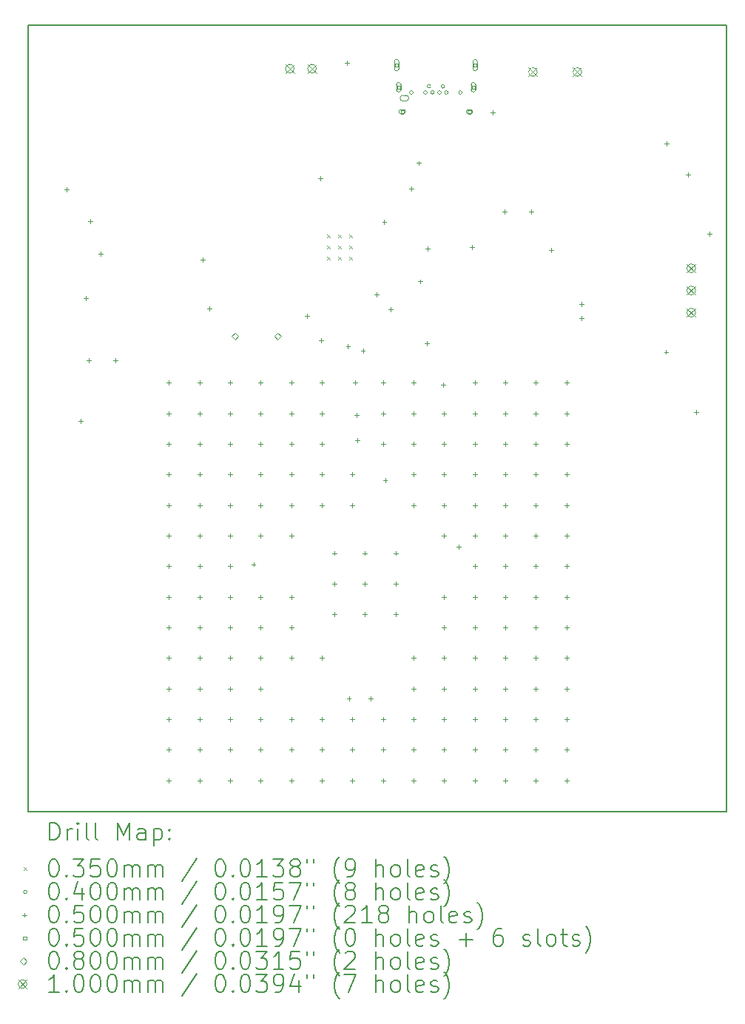
<source format=gbr>
%TF.GenerationSoftware,KiCad,Pcbnew,9.0.1*%
%TF.CreationDate,2025-04-14T20:06:33-03:00*%
%TF.ProjectId,SRAD_computer,53524144-5f63-46f6-9d70-757465722e6b,rev?*%
%TF.SameCoordinates,Original*%
%TF.FileFunction,Drillmap*%
%TF.FilePolarity,Positive*%
%FSLAX45Y45*%
G04 Gerber Fmt 4.5, Leading zero omitted, Abs format (unit mm)*
G04 Created by KiCad (PCBNEW 9.0.1) date 2025-04-14 20:06:33*
%MOMM*%
%LPD*%
G01*
G04 APERTURE LIST*
%ADD10C,0.200000*%
%ADD11C,0.010000*%
%ADD12C,0.100000*%
G04 APERTURE END LIST*
D10*
X5588000Y-3532298D02*
X13588000Y-3532298D01*
X13588000Y-12532298D01*
X5588000Y-12532298D01*
X5588000Y-3532298D01*
D11*
X9880500Y-4331500D02*
X9915500Y-4331500D01*
X9915500Y-4396500D02*
X9880500Y-4396500D01*
X9848000Y-4364000D02*
G75*
G02*
X9880500Y-4331500I32500J0D01*
G01*
X9880500Y-4396500D02*
G75*
G02*
X9848000Y-4364000I0J32500D01*
G01*
X9915500Y-4331500D02*
G75*
G02*
X9948000Y-4364000I0J-32500D01*
G01*
X9948000Y-4364000D02*
G75*
G02*
X9915500Y-4396500I-32500J0D01*
G01*
D10*
D12*
X9010000Y-5923784D02*
X9045000Y-5958784D01*
X9045000Y-5923784D02*
X9010000Y-5958784D01*
X9010000Y-6051284D02*
X9045000Y-6086284D01*
X9045000Y-6051284D02*
X9010000Y-6086284D01*
X9010000Y-6178784D02*
X9045000Y-6213784D01*
X9045000Y-6178784D02*
X9010000Y-6213784D01*
X9137500Y-5923784D02*
X9172500Y-5958784D01*
X9172500Y-5923784D02*
X9137500Y-5958784D01*
X9137500Y-6051284D02*
X9172500Y-6086284D01*
X9172500Y-6051284D02*
X9137500Y-6086284D01*
X9137500Y-6178784D02*
X9172500Y-6213784D01*
X9172500Y-6178784D02*
X9137500Y-6213784D01*
X9265000Y-5923784D02*
X9300000Y-5958784D01*
X9300000Y-5923784D02*
X9265000Y-5958784D01*
X9265000Y-6051284D02*
X9300000Y-6086284D01*
X9300000Y-6051284D02*
X9265000Y-6086284D01*
X9265000Y-6178784D02*
X9300000Y-6213784D01*
X9300000Y-6178784D02*
X9265000Y-6213784D01*
X9998000Y-4299000D02*
G75*
G02*
X9958000Y-4299000I-20000J0D01*
G01*
X9958000Y-4299000D02*
G75*
G02*
X9998000Y-4299000I20000J0D01*
G01*
X10158000Y-4299000D02*
G75*
G02*
X10118000Y-4299000I-20000J0D01*
G01*
X10118000Y-4299000D02*
G75*
G02*
X10158000Y-4299000I20000J0D01*
G01*
X10198000Y-4229000D02*
G75*
G02*
X10158000Y-4229000I-20000J0D01*
G01*
X10158000Y-4229000D02*
G75*
G02*
X10198000Y-4229000I20000J0D01*
G01*
X10238000Y-4299000D02*
G75*
G02*
X10198000Y-4299000I-20000J0D01*
G01*
X10198000Y-4299000D02*
G75*
G02*
X10238000Y-4299000I20000J0D01*
G01*
X10318000Y-4299000D02*
G75*
G02*
X10278000Y-4299000I-20000J0D01*
G01*
X10278000Y-4299000D02*
G75*
G02*
X10318000Y-4299000I20000J0D01*
G01*
X10358000Y-4229000D02*
G75*
G02*
X10318000Y-4229000I-20000J0D01*
G01*
X10318000Y-4229000D02*
G75*
G02*
X10358000Y-4229000I20000J0D01*
G01*
X10398000Y-4299000D02*
G75*
G02*
X10358000Y-4299000I-20000J0D01*
G01*
X10358000Y-4299000D02*
G75*
G02*
X10398000Y-4299000I20000J0D01*
G01*
X10558000Y-4299000D02*
G75*
G02*
X10518000Y-4299000I-20000J0D01*
G01*
X10518000Y-4299000D02*
G75*
G02*
X10558000Y-4299000I20000J0D01*
G01*
X6032000Y-5382284D02*
X6032000Y-5432284D01*
X6007000Y-5407284D02*
X6057000Y-5407284D01*
X6191571Y-8037369D02*
X6191571Y-8087369D01*
X6166571Y-8062369D02*
X6216571Y-8062369D01*
X6253433Y-6627851D02*
X6253433Y-6677851D01*
X6228433Y-6652851D02*
X6278433Y-6652851D01*
X6288000Y-7338298D02*
X6288000Y-7388298D01*
X6263000Y-7363298D02*
X6313000Y-7363298D01*
X6303000Y-5751393D02*
X6303000Y-5801393D01*
X6278000Y-5776393D02*
X6328000Y-5776393D01*
X6424000Y-6118284D02*
X6424000Y-6168284D01*
X6399000Y-6143284D02*
X6449000Y-6143284D01*
X6591000Y-7338298D02*
X6591000Y-7388298D01*
X6566000Y-7363298D02*
X6616000Y-7363298D01*
X7202000Y-7595298D02*
X7202000Y-7645298D01*
X7177000Y-7620298D02*
X7227000Y-7620298D01*
X7202000Y-7945298D02*
X7202000Y-7995298D01*
X7177000Y-7970298D02*
X7227000Y-7970298D01*
X7202000Y-8295298D02*
X7202000Y-8345298D01*
X7177000Y-8320298D02*
X7227000Y-8320298D01*
X7202000Y-8645298D02*
X7202000Y-8695298D01*
X7177000Y-8670298D02*
X7227000Y-8670298D01*
X7202000Y-8995298D02*
X7202000Y-9045298D01*
X7177000Y-9020298D02*
X7227000Y-9020298D01*
X7202000Y-9345298D02*
X7202000Y-9395298D01*
X7177000Y-9370298D02*
X7227000Y-9370298D01*
X7202000Y-9695298D02*
X7202000Y-9745298D01*
X7177000Y-9720298D02*
X7227000Y-9720298D01*
X7202000Y-10045298D02*
X7202000Y-10095298D01*
X7177000Y-10070298D02*
X7227000Y-10070298D01*
X7202000Y-10395298D02*
X7202000Y-10445298D01*
X7177000Y-10420298D02*
X7227000Y-10420298D01*
X7202000Y-10745298D02*
X7202000Y-10795298D01*
X7177000Y-10770298D02*
X7227000Y-10770298D01*
X7202000Y-11095298D02*
X7202000Y-11145298D01*
X7177000Y-11120298D02*
X7227000Y-11120298D01*
X7202000Y-11445298D02*
X7202000Y-11495298D01*
X7177000Y-11470298D02*
X7227000Y-11470298D01*
X7202000Y-11795298D02*
X7202000Y-11845298D01*
X7177000Y-11820298D02*
X7227000Y-11820298D01*
X7202000Y-12145298D02*
X7202000Y-12195298D01*
X7177000Y-12170298D02*
X7227000Y-12170298D01*
X7552000Y-7595298D02*
X7552000Y-7645298D01*
X7527000Y-7620298D02*
X7577000Y-7620298D01*
X7552000Y-7945298D02*
X7552000Y-7995298D01*
X7527000Y-7970298D02*
X7577000Y-7970298D01*
X7552000Y-8295298D02*
X7552000Y-8345298D01*
X7527000Y-8320298D02*
X7577000Y-8320298D01*
X7552000Y-8645298D02*
X7552000Y-8695298D01*
X7527000Y-8670298D02*
X7577000Y-8670298D01*
X7552000Y-8995298D02*
X7552000Y-9045298D01*
X7527000Y-9020298D02*
X7577000Y-9020298D01*
X7552000Y-9345298D02*
X7552000Y-9395298D01*
X7527000Y-9370298D02*
X7577000Y-9370298D01*
X7552000Y-9695298D02*
X7552000Y-9745298D01*
X7527000Y-9720298D02*
X7577000Y-9720298D01*
X7552000Y-10045298D02*
X7552000Y-10095298D01*
X7527000Y-10070298D02*
X7577000Y-10070298D01*
X7552000Y-10395298D02*
X7552000Y-10445298D01*
X7527000Y-10420298D02*
X7577000Y-10420298D01*
X7552000Y-10745298D02*
X7552000Y-10795298D01*
X7527000Y-10770298D02*
X7577000Y-10770298D01*
X7552000Y-11095298D02*
X7552000Y-11145298D01*
X7527000Y-11120298D02*
X7577000Y-11120298D01*
X7552000Y-11445298D02*
X7552000Y-11495298D01*
X7527000Y-11470298D02*
X7577000Y-11470298D01*
X7552000Y-11795298D02*
X7552000Y-11845298D01*
X7527000Y-11820298D02*
X7577000Y-11820298D01*
X7552000Y-12145298D02*
X7552000Y-12195298D01*
X7527000Y-12170298D02*
X7577000Y-12170298D01*
X7588711Y-6188009D02*
X7588711Y-6238009D01*
X7563711Y-6213009D02*
X7613711Y-6213009D01*
X7669000Y-6743298D02*
X7669000Y-6793298D01*
X7644000Y-6768298D02*
X7694000Y-6768298D01*
X7902000Y-7595298D02*
X7902000Y-7645298D01*
X7877000Y-7620298D02*
X7927000Y-7620298D01*
X7902000Y-7945298D02*
X7902000Y-7995298D01*
X7877000Y-7970298D02*
X7927000Y-7970298D01*
X7902000Y-8295298D02*
X7902000Y-8345298D01*
X7877000Y-8320298D02*
X7927000Y-8320298D01*
X7902000Y-8645298D02*
X7902000Y-8695298D01*
X7877000Y-8670298D02*
X7927000Y-8670298D01*
X7902000Y-8995298D02*
X7902000Y-9045298D01*
X7877000Y-9020298D02*
X7927000Y-9020298D01*
X7902000Y-9345298D02*
X7902000Y-9395298D01*
X7877000Y-9370298D02*
X7927000Y-9370298D01*
X7902000Y-9695298D02*
X7902000Y-9745298D01*
X7877000Y-9720298D02*
X7927000Y-9720298D01*
X7902000Y-10045298D02*
X7902000Y-10095298D01*
X7877000Y-10070298D02*
X7927000Y-10070298D01*
X7902000Y-10395298D02*
X7902000Y-10445298D01*
X7877000Y-10420298D02*
X7927000Y-10420298D01*
X7902000Y-10745298D02*
X7902000Y-10795298D01*
X7877000Y-10770298D02*
X7927000Y-10770298D01*
X7902000Y-11095298D02*
X7902000Y-11145298D01*
X7877000Y-11120298D02*
X7927000Y-11120298D01*
X7902000Y-11445298D02*
X7902000Y-11495298D01*
X7877000Y-11470298D02*
X7927000Y-11470298D01*
X7902000Y-11795298D02*
X7902000Y-11845298D01*
X7877000Y-11820298D02*
X7927000Y-11820298D01*
X7902000Y-12145298D02*
X7902000Y-12195298D01*
X7877000Y-12170298D02*
X7927000Y-12170298D01*
X8170000Y-9672298D02*
X8170000Y-9722298D01*
X8145000Y-9697298D02*
X8195000Y-9697298D01*
X8252000Y-7595298D02*
X8252000Y-7645298D01*
X8227000Y-7620298D02*
X8277000Y-7620298D01*
X8252000Y-7945298D02*
X8252000Y-7995298D01*
X8227000Y-7970298D02*
X8277000Y-7970298D01*
X8252000Y-8295298D02*
X8252000Y-8345298D01*
X8227000Y-8320298D02*
X8277000Y-8320298D01*
X8252000Y-8645298D02*
X8252000Y-8695298D01*
X8227000Y-8670298D02*
X8277000Y-8670298D01*
X8252000Y-8995298D02*
X8252000Y-9045298D01*
X8227000Y-9020298D02*
X8277000Y-9020298D01*
X8252000Y-9345298D02*
X8252000Y-9395298D01*
X8227000Y-9370298D02*
X8277000Y-9370298D01*
X8252000Y-10045298D02*
X8252000Y-10095298D01*
X8227000Y-10070298D02*
X8277000Y-10070298D01*
X8252000Y-10395298D02*
X8252000Y-10445298D01*
X8227000Y-10420298D02*
X8277000Y-10420298D01*
X8252000Y-10745298D02*
X8252000Y-10795298D01*
X8227000Y-10770298D02*
X8277000Y-10770298D01*
X8252000Y-11095298D02*
X8252000Y-11145298D01*
X8227000Y-11120298D02*
X8277000Y-11120298D01*
X8252000Y-11445298D02*
X8252000Y-11495298D01*
X8227000Y-11470298D02*
X8277000Y-11470298D01*
X8252000Y-11795298D02*
X8252000Y-11845298D01*
X8227000Y-11820298D02*
X8277000Y-11820298D01*
X8252000Y-12145298D02*
X8252000Y-12195298D01*
X8227000Y-12170298D02*
X8277000Y-12170298D01*
X8602000Y-7595298D02*
X8602000Y-7645298D01*
X8577000Y-7620298D02*
X8627000Y-7620298D01*
X8602000Y-7945298D02*
X8602000Y-7995298D01*
X8577000Y-7970298D02*
X8627000Y-7970298D01*
X8602000Y-8295298D02*
X8602000Y-8345298D01*
X8577000Y-8320298D02*
X8627000Y-8320298D01*
X8602000Y-8645298D02*
X8602000Y-8695298D01*
X8577000Y-8670298D02*
X8627000Y-8670298D01*
X8602000Y-8995298D02*
X8602000Y-9045298D01*
X8577000Y-9020298D02*
X8627000Y-9020298D01*
X8602000Y-9345298D02*
X8602000Y-9395298D01*
X8577000Y-9370298D02*
X8627000Y-9370298D01*
X8602000Y-10045298D02*
X8602000Y-10095298D01*
X8577000Y-10070298D02*
X8627000Y-10070298D01*
X8602000Y-10395298D02*
X8602000Y-10445298D01*
X8577000Y-10420298D02*
X8627000Y-10420298D01*
X8602000Y-10745298D02*
X8602000Y-10795298D01*
X8577000Y-10770298D02*
X8627000Y-10770298D01*
X8602000Y-11445298D02*
X8602000Y-11495298D01*
X8577000Y-11470298D02*
X8627000Y-11470298D01*
X8602000Y-11795298D02*
X8602000Y-11845298D01*
X8577000Y-11820298D02*
X8627000Y-11820298D01*
X8602000Y-12145298D02*
X8602000Y-12195298D01*
X8577000Y-12170298D02*
X8627000Y-12170298D01*
X8781000Y-6834298D02*
X8781000Y-6884298D01*
X8756000Y-6859298D02*
X8806000Y-6859298D01*
X8933000Y-5257298D02*
X8933000Y-5307298D01*
X8908000Y-5282298D02*
X8958000Y-5282298D01*
X8943000Y-7107298D02*
X8943000Y-7157298D01*
X8918000Y-7132298D02*
X8968000Y-7132298D01*
X8952000Y-7595298D02*
X8952000Y-7645298D01*
X8927000Y-7620298D02*
X8977000Y-7620298D01*
X8952000Y-7945298D02*
X8952000Y-7995298D01*
X8927000Y-7970298D02*
X8977000Y-7970298D01*
X8952000Y-8295298D02*
X8952000Y-8345298D01*
X8927000Y-8320298D02*
X8977000Y-8320298D01*
X8952000Y-8645298D02*
X8952000Y-8695298D01*
X8927000Y-8670298D02*
X8977000Y-8670298D01*
X8952000Y-8995298D02*
X8952000Y-9045298D01*
X8927000Y-9020298D02*
X8977000Y-9020298D01*
X8952000Y-10745298D02*
X8952000Y-10795298D01*
X8927000Y-10770298D02*
X8977000Y-10770298D01*
X8952000Y-11445298D02*
X8952000Y-11495298D01*
X8927000Y-11470298D02*
X8977000Y-11470298D01*
X8952000Y-11795298D02*
X8952000Y-11845298D01*
X8927000Y-11820298D02*
X8977000Y-11820298D01*
X8952000Y-12145298D02*
X8952000Y-12195298D01*
X8927000Y-12170298D02*
X8977000Y-12170298D01*
X9096000Y-9545298D02*
X9096000Y-9595298D01*
X9071000Y-9570298D02*
X9121000Y-9570298D01*
X9096000Y-9895298D02*
X9096000Y-9945298D01*
X9071000Y-9920298D02*
X9121000Y-9920298D01*
X9096000Y-10245298D02*
X9096000Y-10295298D01*
X9071000Y-10270298D02*
X9121000Y-10270298D01*
X9237500Y-3933784D02*
X9237500Y-3983784D01*
X9212500Y-3958784D02*
X9262500Y-3958784D01*
X9253000Y-7182298D02*
X9253000Y-7232298D01*
X9228000Y-7207298D02*
X9278000Y-7207298D01*
X9262000Y-11211298D02*
X9262000Y-11261298D01*
X9237000Y-11236298D02*
X9287000Y-11236298D01*
X9302000Y-8645298D02*
X9302000Y-8695298D01*
X9277000Y-8670298D02*
X9327000Y-8670298D01*
X9302000Y-8995298D02*
X9302000Y-9045298D01*
X9277000Y-9020298D02*
X9327000Y-9020298D01*
X9302000Y-11445298D02*
X9302000Y-11495298D01*
X9277000Y-11470298D02*
X9327000Y-11470298D01*
X9302000Y-11795298D02*
X9302000Y-11845298D01*
X9277000Y-11820298D02*
X9327000Y-11820298D01*
X9302000Y-12145298D02*
X9302000Y-12195298D01*
X9277000Y-12170298D02*
X9327000Y-12170298D01*
X9337000Y-7596000D02*
X9337000Y-7646000D01*
X9312000Y-7621000D02*
X9362000Y-7621000D01*
X9351000Y-7966000D02*
X9351000Y-8016000D01*
X9326000Y-7991000D02*
X9376000Y-7991000D01*
X9356000Y-8256000D02*
X9356000Y-8306000D01*
X9331000Y-8281000D02*
X9381000Y-8281000D01*
X9423000Y-7232298D02*
X9423000Y-7282298D01*
X9398000Y-7257298D02*
X9448000Y-7257298D01*
X9446000Y-9545298D02*
X9446000Y-9595298D01*
X9421000Y-9570298D02*
X9471000Y-9570298D01*
X9446000Y-9895298D02*
X9446000Y-9945298D01*
X9421000Y-9920298D02*
X9471000Y-9920298D01*
X9446000Y-10245298D02*
X9446000Y-10295298D01*
X9421000Y-10270298D02*
X9471000Y-10270298D01*
X9508250Y-11210298D02*
X9508250Y-11260298D01*
X9483250Y-11235298D02*
X9533250Y-11235298D01*
X9579000Y-6589298D02*
X9579000Y-6639298D01*
X9554000Y-6614298D02*
X9604000Y-6614298D01*
X9652000Y-7595298D02*
X9652000Y-7645298D01*
X9627000Y-7620298D02*
X9677000Y-7620298D01*
X9652000Y-7945298D02*
X9652000Y-7995298D01*
X9627000Y-7970298D02*
X9677000Y-7970298D01*
X9652000Y-8295298D02*
X9652000Y-8345298D01*
X9627000Y-8320298D02*
X9677000Y-8320298D01*
X9652000Y-11445298D02*
X9652000Y-11495298D01*
X9627000Y-11470298D02*
X9677000Y-11470298D01*
X9652000Y-11795298D02*
X9652000Y-11845298D01*
X9627000Y-11820298D02*
X9677000Y-11820298D01*
X9652000Y-12145298D02*
X9652000Y-12195298D01*
X9627000Y-12170298D02*
X9677000Y-12170298D01*
X9668000Y-5752298D02*
X9668000Y-5802298D01*
X9643000Y-5777298D02*
X9693000Y-5777298D01*
X9677000Y-8710298D02*
X9677000Y-8760298D01*
X9652000Y-8735298D02*
X9702000Y-8735298D01*
X9738000Y-6757298D02*
X9738000Y-6807298D01*
X9713000Y-6782298D02*
X9763000Y-6782298D01*
X9796000Y-9545298D02*
X9796000Y-9595298D01*
X9771000Y-9570298D02*
X9821000Y-9570298D01*
X9796000Y-9895298D02*
X9796000Y-9945298D01*
X9771000Y-9920298D02*
X9821000Y-9920298D01*
X9796000Y-10245298D02*
X9796000Y-10295298D01*
X9771000Y-10270298D02*
X9821000Y-10270298D01*
X9976000Y-5374298D02*
X9976000Y-5424298D01*
X9951000Y-5399298D02*
X10001000Y-5399298D01*
X10002000Y-7595298D02*
X10002000Y-7645298D01*
X9977000Y-7620298D02*
X10027000Y-7620298D01*
X10002000Y-7945298D02*
X10002000Y-7995298D01*
X9977000Y-7970298D02*
X10027000Y-7970298D01*
X10002000Y-8295298D02*
X10002000Y-8345298D01*
X9977000Y-8320298D02*
X10027000Y-8320298D01*
X10002000Y-8645298D02*
X10002000Y-8695298D01*
X9977000Y-8670298D02*
X10027000Y-8670298D01*
X10002000Y-8995298D02*
X10002000Y-9045298D01*
X9977000Y-9020298D02*
X10027000Y-9020298D01*
X10002000Y-10745298D02*
X10002000Y-10795298D01*
X9977000Y-10770298D02*
X10027000Y-10770298D01*
X10002000Y-11095298D02*
X10002000Y-11145298D01*
X9977000Y-11120298D02*
X10027000Y-11120298D01*
X10002000Y-11445298D02*
X10002000Y-11495298D01*
X9977000Y-11470298D02*
X10027000Y-11470298D01*
X10002000Y-11795298D02*
X10002000Y-11845298D01*
X9977000Y-11820298D02*
X10027000Y-11820298D01*
X10002000Y-12145298D02*
X10002000Y-12195298D01*
X9977000Y-12170298D02*
X10027000Y-12170298D01*
X10063649Y-5082649D02*
X10063649Y-5132649D01*
X10038649Y-5107649D02*
X10088649Y-5107649D01*
X10078000Y-6437298D02*
X10078000Y-6487298D01*
X10053000Y-6462298D02*
X10103000Y-6462298D01*
X10158000Y-7146000D02*
X10158000Y-7196000D01*
X10133000Y-7171000D02*
X10183000Y-7171000D01*
X10163000Y-6062298D02*
X10163000Y-6112298D01*
X10138000Y-6087298D02*
X10188000Y-6087298D01*
X10340000Y-7618000D02*
X10340000Y-7668000D01*
X10315000Y-7643000D02*
X10365000Y-7643000D01*
X10352000Y-7945298D02*
X10352000Y-7995298D01*
X10327000Y-7970298D02*
X10377000Y-7970298D01*
X10352000Y-8295298D02*
X10352000Y-8345298D01*
X10327000Y-8320298D02*
X10377000Y-8320298D01*
X10352000Y-8645298D02*
X10352000Y-8695298D01*
X10327000Y-8670298D02*
X10377000Y-8670298D01*
X10352000Y-8995298D02*
X10352000Y-9045298D01*
X10327000Y-9020298D02*
X10377000Y-9020298D01*
X10352000Y-9345298D02*
X10352000Y-9395298D01*
X10327000Y-9370298D02*
X10377000Y-9370298D01*
X10352000Y-10045298D02*
X10352000Y-10095298D01*
X10327000Y-10070298D02*
X10377000Y-10070298D01*
X10352000Y-10395298D02*
X10352000Y-10445298D01*
X10327000Y-10420298D02*
X10377000Y-10420298D01*
X10352000Y-10745298D02*
X10352000Y-10795298D01*
X10327000Y-10770298D02*
X10377000Y-10770298D01*
X10352000Y-11095298D02*
X10352000Y-11145298D01*
X10327000Y-11120298D02*
X10377000Y-11120298D01*
X10352000Y-11445298D02*
X10352000Y-11495298D01*
X10327000Y-11470298D02*
X10377000Y-11470298D01*
X10352000Y-11795298D02*
X10352000Y-11845298D01*
X10327000Y-11820298D02*
X10377000Y-11820298D01*
X10352000Y-12145298D02*
X10352000Y-12195298D01*
X10327000Y-12170298D02*
X10377000Y-12170298D01*
X10522000Y-9470298D02*
X10522000Y-9520298D01*
X10497000Y-9495298D02*
X10547000Y-9495298D01*
X10670860Y-6040159D02*
X10670860Y-6090159D01*
X10645860Y-6065159D02*
X10695860Y-6065159D01*
X10702000Y-7595298D02*
X10702000Y-7645298D01*
X10677000Y-7620298D02*
X10727000Y-7620298D01*
X10702000Y-7945298D02*
X10702000Y-7995298D01*
X10677000Y-7970298D02*
X10727000Y-7970298D01*
X10702000Y-8295298D02*
X10702000Y-8345298D01*
X10677000Y-8320298D02*
X10727000Y-8320298D01*
X10702000Y-8645298D02*
X10702000Y-8695298D01*
X10677000Y-8670298D02*
X10727000Y-8670298D01*
X10702000Y-8995298D02*
X10702000Y-9045298D01*
X10677000Y-9020298D02*
X10727000Y-9020298D01*
X10702000Y-9345298D02*
X10702000Y-9395298D01*
X10677000Y-9370298D02*
X10727000Y-9370298D01*
X10702000Y-9695298D02*
X10702000Y-9745298D01*
X10677000Y-9720298D02*
X10727000Y-9720298D01*
X10702000Y-10045298D02*
X10702000Y-10095298D01*
X10677000Y-10070298D02*
X10727000Y-10070298D01*
X10702000Y-10395298D02*
X10702000Y-10445298D01*
X10677000Y-10420298D02*
X10727000Y-10420298D01*
X10702000Y-10745298D02*
X10702000Y-10795298D01*
X10677000Y-10770298D02*
X10727000Y-10770298D01*
X10702000Y-11095298D02*
X10702000Y-11145298D01*
X10677000Y-11120298D02*
X10727000Y-11120298D01*
X10702000Y-11445298D02*
X10702000Y-11495298D01*
X10677000Y-11470298D02*
X10727000Y-11470298D01*
X10702000Y-11795298D02*
X10702000Y-11845298D01*
X10677000Y-11820298D02*
X10727000Y-11820298D01*
X10702000Y-12145298D02*
X10702000Y-12195298D01*
X10677000Y-12170298D02*
X10727000Y-12170298D01*
X10906500Y-4501784D02*
X10906500Y-4551784D01*
X10881500Y-4526784D02*
X10931500Y-4526784D01*
X11047000Y-5640298D02*
X11047000Y-5690298D01*
X11022000Y-5665298D02*
X11072000Y-5665298D01*
X11052000Y-7595298D02*
X11052000Y-7645298D01*
X11027000Y-7620298D02*
X11077000Y-7620298D01*
X11052000Y-7945298D02*
X11052000Y-7995298D01*
X11027000Y-7970298D02*
X11077000Y-7970298D01*
X11052000Y-8295298D02*
X11052000Y-8345298D01*
X11027000Y-8320298D02*
X11077000Y-8320298D01*
X11052000Y-8645298D02*
X11052000Y-8695298D01*
X11027000Y-8670298D02*
X11077000Y-8670298D01*
X11052000Y-8995298D02*
X11052000Y-9045298D01*
X11027000Y-9020298D02*
X11077000Y-9020298D01*
X11052000Y-9345298D02*
X11052000Y-9395298D01*
X11027000Y-9370298D02*
X11077000Y-9370298D01*
X11052000Y-9695298D02*
X11052000Y-9745298D01*
X11027000Y-9720298D02*
X11077000Y-9720298D01*
X11052000Y-10045298D02*
X11052000Y-10095298D01*
X11027000Y-10070298D02*
X11077000Y-10070298D01*
X11052000Y-10395298D02*
X11052000Y-10445298D01*
X11027000Y-10420298D02*
X11077000Y-10420298D01*
X11052000Y-10745298D02*
X11052000Y-10795298D01*
X11027000Y-10770298D02*
X11077000Y-10770298D01*
X11052000Y-11095298D02*
X11052000Y-11145298D01*
X11027000Y-11120298D02*
X11077000Y-11120298D01*
X11052000Y-11445298D02*
X11052000Y-11495298D01*
X11027000Y-11470298D02*
X11077000Y-11470298D01*
X11052000Y-11795298D02*
X11052000Y-11845298D01*
X11027000Y-11820298D02*
X11077000Y-11820298D01*
X11052000Y-12145298D02*
X11052000Y-12195298D01*
X11027000Y-12170298D02*
X11077000Y-12170298D01*
X11346000Y-5637298D02*
X11346000Y-5687298D01*
X11321000Y-5662298D02*
X11371000Y-5662298D01*
X11402000Y-7595298D02*
X11402000Y-7645298D01*
X11377000Y-7620298D02*
X11427000Y-7620298D01*
X11402000Y-7945298D02*
X11402000Y-7995298D01*
X11377000Y-7970298D02*
X11427000Y-7970298D01*
X11402000Y-8295298D02*
X11402000Y-8345298D01*
X11377000Y-8320298D02*
X11427000Y-8320298D01*
X11402000Y-8645298D02*
X11402000Y-8695298D01*
X11377000Y-8670298D02*
X11427000Y-8670298D01*
X11402000Y-8995298D02*
X11402000Y-9045298D01*
X11377000Y-9020298D02*
X11427000Y-9020298D01*
X11402000Y-9345298D02*
X11402000Y-9395298D01*
X11377000Y-9370298D02*
X11427000Y-9370298D01*
X11402000Y-9695298D02*
X11402000Y-9745298D01*
X11377000Y-9720298D02*
X11427000Y-9720298D01*
X11402000Y-10045298D02*
X11402000Y-10095298D01*
X11377000Y-10070298D02*
X11427000Y-10070298D01*
X11402000Y-10395298D02*
X11402000Y-10445298D01*
X11377000Y-10420298D02*
X11427000Y-10420298D01*
X11402000Y-10745298D02*
X11402000Y-10795298D01*
X11377000Y-10770298D02*
X11427000Y-10770298D01*
X11402000Y-11095298D02*
X11402000Y-11145298D01*
X11377000Y-11120298D02*
X11427000Y-11120298D01*
X11402000Y-11445298D02*
X11402000Y-11495298D01*
X11377000Y-11470298D02*
X11427000Y-11470298D01*
X11402000Y-11795298D02*
X11402000Y-11845298D01*
X11377000Y-11820298D02*
X11427000Y-11820298D01*
X11402000Y-12145298D02*
X11402000Y-12195298D01*
X11377000Y-12170298D02*
X11427000Y-12170298D01*
X11581000Y-6080298D02*
X11581000Y-6130298D01*
X11556000Y-6105298D02*
X11606000Y-6105298D01*
X11752000Y-7595298D02*
X11752000Y-7645298D01*
X11727000Y-7620298D02*
X11777000Y-7620298D01*
X11752000Y-7945298D02*
X11752000Y-7995298D01*
X11727000Y-7970298D02*
X11777000Y-7970298D01*
X11752000Y-8295298D02*
X11752000Y-8345298D01*
X11727000Y-8320298D02*
X11777000Y-8320298D01*
X11752000Y-8645298D02*
X11752000Y-8695298D01*
X11727000Y-8670298D02*
X11777000Y-8670298D01*
X11752000Y-8995298D02*
X11752000Y-9045298D01*
X11727000Y-9020298D02*
X11777000Y-9020298D01*
X11752000Y-9345298D02*
X11752000Y-9395298D01*
X11727000Y-9370298D02*
X11777000Y-9370298D01*
X11752000Y-9695298D02*
X11752000Y-9745298D01*
X11727000Y-9720298D02*
X11777000Y-9720298D01*
X11752000Y-10045298D02*
X11752000Y-10095298D01*
X11727000Y-10070298D02*
X11777000Y-10070298D01*
X11752000Y-10395298D02*
X11752000Y-10445298D01*
X11727000Y-10420298D02*
X11777000Y-10420298D01*
X11752000Y-10745298D02*
X11752000Y-10795298D01*
X11727000Y-10770298D02*
X11777000Y-10770298D01*
X11752000Y-11095298D02*
X11752000Y-11145298D01*
X11727000Y-11120298D02*
X11777000Y-11120298D01*
X11752000Y-11445298D02*
X11752000Y-11495298D01*
X11727000Y-11470298D02*
X11777000Y-11470298D01*
X11752000Y-11795298D02*
X11752000Y-11845298D01*
X11727000Y-11820298D02*
X11777000Y-11820298D01*
X11752000Y-12145298D02*
X11752000Y-12195298D01*
X11727000Y-12170298D02*
X11777000Y-12170298D01*
X11924640Y-6693938D02*
X11924640Y-6743938D01*
X11899640Y-6718938D02*
X11949640Y-6718938D01*
X11924640Y-6857298D02*
X11924640Y-6907298D01*
X11899640Y-6882298D02*
X11949640Y-6882298D01*
X12894000Y-7242298D02*
X12894000Y-7292298D01*
X12869000Y-7267298D02*
X12919000Y-7267298D01*
X12899000Y-4858284D02*
X12899000Y-4908284D01*
X12874000Y-4883284D02*
X12924000Y-4883284D01*
X13141000Y-5213284D02*
X13141000Y-5263284D01*
X13116000Y-5238284D02*
X13166000Y-5238284D01*
X13235809Y-7934191D02*
X13235809Y-7984191D01*
X13210809Y-7959191D02*
X13260809Y-7959191D01*
X13392000Y-5894298D02*
X13392000Y-5944298D01*
X13367000Y-5919298D02*
X13417000Y-5919298D01*
X9825678Y-4004678D02*
X9825678Y-3969322D01*
X9790322Y-3969322D01*
X9790322Y-4004678D01*
X9825678Y-4004678D01*
X9833000Y-4027000D02*
X9833000Y-3947000D01*
X9783000Y-3947000D02*
G75*
G02*
X9833000Y-3947000I25000J0D01*
G01*
X9783000Y-3947000D02*
X9783000Y-4027000D01*
X9783000Y-4027000D02*
G75*
G03*
X9833000Y-4027000I25000J0D01*
G01*
X9848178Y-4256678D02*
X9848178Y-4221322D01*
X9812822Y-4221322D01*
X9812822Y-4256678D01*
X9848178Y-4256678D01*
X9855500Y-4269000D02*
X9855500Y-4209000D01*
X9805500Y-4209000D02*
G75*
G02*
X9855500Y-4209000I25000J0D01*
G01*
X9805500Y-4209000D02*
X9805500Y-4269000D01*
X9805500Y-4269000D02*
G75*
G03*
X9855500Y-4269000I25000J0D01*
G01*
X9891178Y-4536678D02*
X9891178Y-4501322D01*
X9855822Y-4501322D01*
X9855822Y-4536678D01*
X9891178Y-4536678D01*
X9886000Y-4494000D02*
X9861000Y-4494000D01*
X9861000Y-4544000D02*
G75*
G02*
X9861000Y-4494000I0J25000D01*
G01*
X9861000Y-4544000D02*
X9886000Y-4544000D01*
X9886000Y-4544000D02*
G75*
G03*
X9886000Y-4494000I0J25000D01*
G01*
X10660178Y-4536678D02*
X10660178Y-4501322D01*
X10624822Y-4501322D01*
X10624822Y-4536678D01*
X10660178Y-4536678D01*
X10655000Y-4494000D02*
X10630000Y-4494000D01*
X10630000Y-4544000D02*
G75*
G02*
X10630000Y-4494000I0J25000D01*
G01*
X10630000Y-4544000D02*
X10655000Y-4544000D01*
X10655000Y-4544000D02*
G75*
G03*
X10655000Y-4494000I0J25000D01*
G01*
X10703178Y-4256678D02*
X10703178Y-4221322D01*
X10667822Y-4221322D01*
X10667822Y-4256678D01*
X10703178Y-4256678D01*
X10710500Y-4269000D02*
X10710500Y-4209000D01*
X10660500Y-4209000D02*
G75*
G02*
X10710500Y-4209000I25000J0D01*
G01*
X10660500Y-4209000D02*
X10660500Y-4269000D01*
X10660500Y-4269000D02*
G75*
G03*
X10710500Y-4269000I25000J0D01*
G01*
X10725678Y-4004678D02*
X10725678Y-3969322D01*
X10690322Y-3969322D01*
X10690322Y-4004678D01*
X10725678Y-4004678D01*
X10733000Y-4027000D02*
X10733000Y-3947000D01*
X10683000Y-3947000D02*
G75*
G02*
X10733000Y-3947000I25000J0D01*
G01*
X10683000Y-3947000D02*
X10683000Y-4027000D01*
X10683000Y-4027000D02*
G75*
G03*
X10733000Y-4027000I25000J0D01*
G01*
X7959000Y-7128298D02*
X7999000Y-7088298D01*
X7959000Y-7048298D01*
X7919000Y-7088298D01*
X7959000Y-7128298D01*
X8447000Y-7128298D02*
X8487000Y-7088298D01*
X8447000Y-7048298D01*
X8407000Y-7088298D01*
X8447000Y-7128298D01*
X8536000Y-3977000D02*
X8636000Y-4077000D01*
X8636000Y-3977000D02*
X8536000Y-4077000D01*
X8636000Y-4027000D02*
G75*
G02*
X8536000Y-4027000I-50000J0D01*
G01*
X8536000Y-4027000D02*
G75*
G02*
X8636000Y-4027000I50000J0D01*
G01*
X8790000Y-3977000D02*
X8890000Y-4077000D01*
X8890000Y-3977000D02*
X8790000Y-4077000D01*
X8890000Y-4027000D02*
G75*
G02*
X8790000Y-4027000I-50000J0D01*
G01*
X8790000Y-4027000D02*
G75*
G02*
X8890000Y-4027000I50000J0D01*
G01*
X11319000Y-4014284D02*
X11419000Y-4114284D01*
X11419000Y-4014284D02*
X11319000Y-4114284D01*
X11419000Y-4064284D02*
G75*
G02*
X11319000Y-4064284I-50000J0D01*
G01*
X11319000Y-4064284D02*
G75*
G02*
X11419000Y-4064284I50000J0D01*
G01*
X11827000Y-4014284D02*
X11927000Y-4114284D01*
X11927000Y-4014284D02*
X11827000Y-4114284D01*
X11927000Y-4064284D02*
G75*
G02*
X11827000Y-4064284I-50000J0D01*
G01*
X11827000Y-4064284D02*
G75*
G02*
X11927000Y-4064284I50000J0D01*
G01*
X13131000Y-6260500D02*
X13231000Y-6360500D01*
X13231000Y-6260500D02*
X13131000Y-6360500D01*
X13231000Y-6310500D02*
G75*
G02*
X13131000Y-6310500I-50000J0D01*
G01*
X13131000Y-6310500D02*
G75*
G02*
X13231000Y-6310500I50000J0D01*
G01*
X13131000Y-6514500D02*
X13231000Y-6614500D01*
X13231000Y-6514500D02*
X13131000Y-6614500D01*
X13231000Y-6564500D02*
G75*
G02*
X13131000Y-6564500I-50000J0D01*
G01*
X13131000Y-6564500D02*
G75*
G02*
X13231000Y-6564500I50000J0D01*
G01*
X13131000Y-6768500D02*
X13231000Y-6868500D01*
X13231000Y-6768500D02*
X13131000Y-6868500D01*
X13231000Y-6818500D02*
G75*
G02*
X13131000Y-6818500I-50000J0D01*
G01*
X13131000Y-6818500D02*
G75*
G02*
X13231000Y-6818500I50000J0D01*
G01*
D10*
X5838777Y-12853782D02*
X5838777Y-12653782D01*
X5838777Y-12653782D02*
X5886396Y-12653782D01*
X5886396Y-12653782D02*
X5914967Y-12663306D01*
X5914967Y-12663306D02*
X5934015Y-12682354D01*
X5934015Y-12682354D02*
X5943539Y-12701401D01*
X5943539Y-12701401D02*
X5953062Y-12739496D01*
X5953062Y-12739496D02*
X5953062Y-12768068D01*
X5953062Y-12768068D02*
X5943539Y-12806163D01*
X5943539Y-12806163D02*
X5934015Y-12825211D01*
X5934015Y-12825211D02*
X5914967Y-12844258D01*
X5914967Y-12844258D02*
X5886396Y-12853782D01*
X5886396Y-12853782D02*
X5838777Y-12853782D01*
X6038777Y-12853782D02*
X6038777Y-12720449D01*
X6038777Y-12758544D02*
X6048301Y-12739496D01*
X6048301Y-12739496D02*
X6057824Y-12729973D01*
X6057824Y-12729973D02*
X6076872Y-12720449D01*
X6076872Y-12720449D02*
X6095920Y-12720449D01*
X6162586Y-12853782D02*
X6162586Y-12720449D01*
X6162586Y-12653782D02*
X6153062Y-12663306D01*
X6153062Y-12663306D02*
X6162586Y-12672830D01*
X6162586Y-12672830D02*
X6172110Y-12663306D01*
X6172110Y-12663306D02*
X6162586Y-12653782D01*
X6162586Y-12653782D02*
X6162586Y-12672830D01*
X6286396Y-12853782D02*
X6267348Y-12844258D01*
X6267348Y-12844258D02*
X6257824Y-12825211D01*
X6257824Y-12825211D02*
X6257824Y-12653782D01*
X6391158Y-12853782D02*
X6372110Y-12844258D01*
X6372110Y-12844258D02*
X6362586Y-12825211D01*
X6362586Y-12825211D02*
X6362586Y-12653782D01*
X6619729Y-12853782D02*
X6619729Y-12653782D01*
X6619729Y-12653782D02*
X6686396Y-12796639D01*
X6686396Y-12796639D02*
X6753062Y-12653782D01*
X6753062Y-12653782D02*
X6753062Y-12853782D01*
X6934015Y-12853782D02*
X6934015Y-12749020D01*
X6934015Y-12749020D02*
X6924491Y-12729973D01*
X6924491Y-12729973D02*
X6905443Y-12720449D01*
X6905443Y-12720449D02*
X6867348Y-12720449D01*
X6867348Y-12720449D02*
X6848301Y-12729973D01*
X6934015Y-12844258D02*
X6914967Y-12853782D01*
X6914967Y-12853782D02*
X6867348Y-12853782D01*
X6867348Y-12853782D02*
X6848301Y-12844258D01*
X6848301Y-12844258D02*
X6838777Y-12825211D01*
X6838777Y-12825211D02*
X6838777Y-12806163D01*
X6838777Y-12806163D02*
X6848301Y-12787115D01*
X6848301Y-12787115D02*
X6867348Y-12777592D01*
X6867348Y-12777592D02*
X6914967Y-12777592D01*
X6914967Y-12777592D02*
X6934015Y-12768068D01*
X7029253Y-12720449D02*
X7029253Y-12920449D01*
X7029253Y-12729973D02*
X7048301Y-12720449D01*
X7048301Y-12720449D02*
X7086396Y-12720449D01*
X7086396Y-12720449D02*
X7105443Y-12729973D01*
X7105443Y-12729973D02*
X7114967Y-12739496D01*
X7114967Y-12739496D02*
X7124491Y-12758544D01*
X7124491Y-12758544D02*
X7124491Y-12815687D01*
X7124491Y-12815687D02*
X7114967Y-12834734D01*
X7114967Y-12834734D02*
X7105443Y-12844258D01*
X7105443Y-12844258D02*
X7086396Y-12853782D01*
X7086396Y-12853782D02*
X7048301Y-12853782D01*
X7048301Y-12853782D02*
X7029253Y-12844258D01*
X7210205Y-12834734D02*
X7219729Y-12844258D01*
X7219729Y-12844258D02*
X7210205Y-12853782D01*
X7210205Y-12853782D02*
X7200682Y-12844258D01*
X7200682Y-12844258D02*
X7210205Y-12834734D01*
X7210205Y-12834734D02*
X7210205Y-12853782D01*
X7210205Y-12729973D02*
X7219729Y-12739496D01*
X7219729Y-12739496D02*
X7210205Y-12749020D01*
X7210205Y-12749020D02*
X7200682Y-12739496D01*
X7200682Y-12739496D02*
X7210205Y-12729973D01*
X7210205Y-12729973D02*
X7210205Y-12749020D01*
D12*
X5543000Y-13164798D02*
X5578000Y-13199798D01*
X5578000Y-13164798D02*
X5543000Y-13199798D01*
D10*
X5876872Y-13073782D02*
X5895920Y-13073782D01*
X5895920Y-13073782D02*
X5914967Y-13083306D01*
X5914967Y-13083306D02*
X5924491Y-13092830D01*
X5924491Y-13092830D02*
X5934015Y-13111877D01*
X5934015Y-13111877D02*
X5943539Y-13149973D01*
X5943539Y-13149973D02*
X5943539Y-13197592D01*
X5943539Y-13197592D02*
X5934015Y-13235687D01*
X5934015Y-13235687D02*
X5924491Y-13254734D01*
X5924491Y-13254734D02*
X5914967Y-13264258D01*
X5914967Y-13264258D02*
X5895920Y-13273782D01*
X5895920Y-13273782D02*
X5876872Y-13273782D01*
X5876872Y-13273782D02*
X5857824Y-13264258D01*
X5857824Y-13264258D02*
X5848301Y-13254734D01*
X5848301Y-13254734D02*
X5838777Y-13235687D01*
X5838777Y-13235687D02*
X5829253Y-13197592D01*
X5829253Y-13197592D02*
X5829253Y-13149973D01*
X5829253Y-13149973D02*
X5838777Y-13111877D01*
X5838777Y-13111877D02*
X5848301Y-13092830D01*
X5848301Y-13092830D02*
X5857824Y-13083306D01*
X5857824Y-13083306D02*
X5876872Y-13073782D01*
X6029253Y-13254734D02*
X6038777Y-13264258D01*
X6038777Y-13264258D02*
X6029253Y-13273782D01*
X6029253Y-13273782D02*
X6019729Y-13264258D01*
X6019729Y-13264258D02*
X6029253Y-13254734D01*
X6029253Y-13254734D02*
X6029253Y-13273782D01*
X6105443Y-13073782D02*
X6229253Y-13073782D01*
X6229253Y-13073782D02*
X6162586Y-13149973D01*
X6162586Y-13149973D02*
X6191158Y-13149973D01*
X6191158Y-13149973D02*
X6210205Y-13159496D01*
X6210205Y-13159496D02*
X6219729Y-13169020D01*
X6219729Y-13169020D02*
X6229253Y-13188068D01*
X6229253Y-13188068D02*
X6229253Y-13235687D01*
X6229253Y-13235687D02*
X6219729Y-13254734D01*
X6219729Y-13254734D02*
X6210205Y-13264258D01*
X6210205Y-13264258D02*
X6191158Y-13273782D01*
X6191158Y-13273782D02*
X6134015Y-13273782D01*
X6134015Y-13273782D02*
X6114967Y-13264258D01*
X6114967Y-13264258D02*
X6105443Y-13254734D01*
X6410205Y-13073782D02*
X6314967Y-13073782D01*
X6314967Y-13073782D02*
X6305443Y-13169020D01*
X6305443Y-13169020D02*
X6314967Y-13159496D01*
X6314967Y-13159496D02*
X6334015Y-13149973D01*
X6334015Y-13149973D02*
X6381634Y-13149973D01*
X6381634Y-13149973D02*
X6400682Y-13159496D01*
X6400682Y-13159496D02*
X6410205Y-13169020D01*
X6410205Y-13169020D02*
X6419729Y-13188068D01*
X6419729Y-13188068D02*
X6419729Y-13235687D01*
X6419729Y-13235687D02*
X6410205Y-13254734D01*
X6410205Y-13254734D02*
X6400682Y-13264258D01*
X6400682Y-13264258D02*
X6381634Y-13273782D01*
X6381634Y-13273782D02*
X6334015Y-13273782D01*
X6334015Y-13273782D02*
X6314967Y-13264258D01*
X6314967Y-13264258D02*
X6305443Y-13254734D01*
X6543539Y-13073782D02*
X6562586Y-13073782D01*
X6562586Y-13073782D02*
X6581634Y-13083306D01*
X6581634Y-13083306D02*
X6591158Y-13092830D01*
X6591158Y-13092830D02*
X6600682Y-13111877D01*
X6600682Y-13111877D02*
X6610205Y-13149973D01*
X6610205Y-13149973D02*
X6610205Y-13197592D01*
X6610205Y-13197592D02*
X6600682Y-13235687D01*
X6600682Y-13235687D02*
X6591158Y-13254734D01*
X6591158Y-13254734D02*
X6581634Y-13264258D01*
X6581634Y-13264258D02*
X6562586Y-13273782D01*
X6562586Y-13273782D02*
X6543539Y-13273782D01*
X6543539Y-13273782D02*
X6524491Y-13264258D01*
X6524491Y-13264258D02*
X6514967Y-13254734D01*
X6514967Y-13254734D02*
X6505443Y-13235687D01*
X6505443Y-13235687D02*
X6495920Y-13197592D01*
X6495920Y-13197592D02*
X6495920Y-13149973D01*
X6495920Y-13149973D02*
X6505443Y-13111877D01*
X6505443Y-13111877D02*
X6514967Y-13092830D01*
X6514967Y-13092830D02*
X6524491Y-13083306D01*
X6524491Y-13083306D02*
X6543539Y-13073782D01*
X6695920Y-13273782D02*
X6695920Y-13140449D01*
X6695920Y-13159496D02*
X6705443Y-13149973D01*
X6705443Y-13149973D02*
X6724491Y-13140449D01*
X6724491Y-13140449D02*
X6753063Y-13140449D01*
X6753063Y-13140449D02*
X6772110Y-13149973D01*
X6772110Y-13149973D02*
X6781634Y-13169020D01*
X6781634Y-13169020D02*
X6781634Y-13273782D01*
X6781634Y-13169020D02*
X6791158Y-13149973D01*
X6791158Y-13149973D02*
X6810205Y-13140449D01*
X6810205Y-13140449D02*
X6838777Y-13140449D01*
X6838777Y-13140449D02*
X6857824Y-13149973D01*
X6857824Y-13149973D02*
X6867348Y-13169020D01*
X6867348Y-13169020D02*
X6867348Y-13273782D01*
X6962586Y-13273782D02*
X6962586Y-13140449D01*
X6962586Y-13159496D02*
X6972110Y-13149973D01*
X6972110Y-13149973D02*
X6991158Y-13140449D01*
X6991158Y-13140449D02*
X7019729Y-13140449D01*
X7019729Y-13140449D02*
X7038777Y-13149973D01*
X7038777Y-13149973D02*
X7048301Y-13169020D01*
X7048301Y-13169020D02*
X7048301Y-13273782D01*
X7048301Y-13169020D02*
X7057824Y-13149973D01*
X7057824Y-13149973D02*
X7076872Y-13140449D01*
X7076872Y-13140449D02*
X7105443Y-13140449D01*
X7105443Y-13140449D02*
X7124491Y-13149973D01*
X7124491Y-13149973D02*
X7134015Y-13169020D01*
X7134015Y-13169020D02*
X7134015Y-13273782D01*
X7524491Y-13064258D02*
X7353063Y-13321401D01*
X7781634Y-13073782D02*
X7800682Y-13073782D01*
X7800682Y-13073782D02*
X7819729Y-13083306D01*
X7819729Y-13083306D02*
X7829253Y-13092830D01*
X7829253Y-13092830D02*
X7838777Y-13111877D01*
X7838777Y-13111877D02*
X7848301Y-13149973D01*
X7848301Y-13149973D02*
X7848301Y-13197592D01*
X7848301Y-13197592D02*
X7838777Y-13235687D01*
X7838777Y-13235687D02*
X7829253Y-13254734D01*
X7829253Y-13254734D02*
X7819729Y-13264258D01*
X7819729Y-13264258D02*
X7800682Y-13273782D01*
X7800682Y-13273782D02*
X7781634Y-13273782D01*
X7781634Y-13273782D02*
X7762586Y-13264258D01*
X7762586Y-13264258D02*
X7753063Y-13254734D01*
X7753063Y-13254734D02*
X7743539Y-13235687D01*
X7743539Y-13235687D02*
X7734015Y-13197592D01*
X7734015Y-13197592D02*
X7734015Y-13149973D01*
X7734015Y-13149973D02*
X7743539Y-13111877D01*
X7743539Y-13111877D02*
X7753063Y-13092830D01*
X7753063Y-13092830D02*
X7762586Y-13083306D01*
X7762586Y-13083306D02*
X7781634Y-13073782D01*
X7934015Y-13254734D02*
X7943539Y-13264258D01*
X7943539Y-13264258D02*
X7934015Y-13273782D01*
X7934015Y-13273782D02*
X7924491Y-13264258D01*
X7924491Y-13264258D02*
X7934015Y-13254734D01*
X7934015Y-13254734D02*
X7934015Y-13273782D01*
X8067348Y-13073782D02*
X8086396Y-13073782D01*
X8086396Y-13073782D02*
X8105444Y-13083306D01*
X8105444Y-13083306D02*
X8114967Y-13092830D01*
X8114967Y-13092830D02*
X8124491Y-13111877D01*
X8124491Y-13111877D02*
X8134015Y-13149973D01*
X8134015Y-13149973D02*
X8134015Y-13197592D01*
X8134015Y-13197592D02*
X8124491Y-13235687D01*
X8124491Y-13235687D02*
X8114967Y-13254734D01*
X8114967Y-13254734D02*
X8105444Y-13264258D01*
X8105444Y-13264258D02*
X8086396Y-13273782D01*
X8086396Y-13273782D02*
X8067348Y-13273782D01*
X8067348Y-13273782D02*
X8048301Y-13264258D01*
X8048301Y-13264258D02*
X8038777Y-13254734D01*
X8038777Y-13254734D02*
X8029253Y-13235687D01*
X8029253Y-13235687D02*
X8019729Y-13197592D01*
X8019729Y-13197592D02*
X8019729Y-13149973D01*
X8019729Y-13149973D02*
X8029253Y-13111877D01*
X8029253Y-13111877D02*
X8038777Y-13092830D01*
X8038777Y-13092830D02*
X8048301Y-13083306D01*
X8048301Y-13083306D02*
X8067348Y-13073782D01*
X8324491Y-13273782D02*
X8210206Y-13273782D01*
X8267348Y-13273782D02*
X8267348Y-13073782D01*
X8267348Y-13073782D02*
X8248301Y-13102354D01*
X8248301Y-13102354D02*
X8229253Y-13121401D01*
X8229253Y-13121401D02*
X8210206Y-13130925D01*
X8391158Y-13073782D02*
X8514968Y-13073782D01*
X8514968Y-13073782D02*
X8448301Y-13149973D01*
X8448301Y-13149973D02*
X8476872Y-13149973D01*
X8476872Y-13149973D02*
X8495920Y-13159496D01*
X8495920Y-13159496D02*
X8505444Y-13169020D01*
X8505444Y-13169020D02*
X8514968Y-13188068D01*
X8514968Y-13188068D02*
X8514968Y-13235687D01*
X8514968Y-13235687D02*
X8505444Y-13254734D01*
X8505444Y-13254734D02*
X8495920Y-13264258D01*
X8495920Y-13264258D02*
X8476872Y-13273782D01*
X8476872Y-13273782D02*
X8419729Y-13273782D01*
X8419729Y-13273782D02*
X8400682Y-13264258D01*
X8400682Y-13264258D02*
X8391158Y-13254734D01*
X8629253Y-13159496D02*
X8610206Y-13149973D01*
X8610206Y-13149973D02*
X8600682Y-13140449D01*
X8600682Y-13140449D02*
X8591158Y-13121401D01*
X8591158Y-13121401D02*
X8591158Y-13111877D01*
X8591158Y-13111877D02*
X8600682Y-13092830D01*
X8600682Y-13092830D02*
X8610206Y-13083306D01*
X8610206Y-13083306D02*
X8629253Y-13073782D01*
X8629253Y-13073782D02*
X8667349Y-13073782D01*
X8667349Y-13073782D02*
X8686396Y-13083306D01*
X8686396Y-13083306D02*
X8695920Y-13092830D01*
X8695920Y-13092830D02*
X8705444Y-13111877D01*
X8705444Y-13111877D02*
X8705444Y-13121401D01*
X8705444Y-13121401D02*
X8695920Y-13140449D01*
X8695920Y-13140449D02*
X8686396Y-13149973D01*
X8686396Y-13149973D02*
X8667349Y-13159496D01*
X8667349Y-13159496D02*
X8629253Y-13159496D01*
X8629253Y-13159496D02*
X8610206Y-13169020D01*
X8610206Y-13169020D02*
X8600682Y-13178544D01*
X8600682Y-13178544D02*
X8591158Y-13197592D01*
X8591158Y-13197592D02*
X8591158Y-13235687D01*
X8591158Y-13235687D02*
X8600682Y-13254734D01*
X8600682Y-13254734D02*
X8610206Y-13264258D01*
X8610206Y-13264258D02*
X8629253Y-13273782D01*
X8629253Y-13273782D02*
X8667349Y-13273782D01*
X8667349Y-13273782D02*
X8686396Y-13264258D01*
X8686396Y-13264258D02*
X8695920Y-13254734D01*
X8695920Y-13254734D02*
X8705444Y-13235687D01*
X8705444Y-13235687D02*
X8705444Y-13197592D01*
X8705444Y-13197592D02*
X8695920Y-13178544D01*
X8695920Y-13178544D02*
X8686396Y-13169020D01*
X8686396Y-13169020D02*
X8667349Y-13159496D01*
X8781634Y-13073782D02*
X8781634Y-13111877D01*
X8857825Y-13073782D02*
X8857825Y-13111877D01*
X9153063Y-13349973D02*
X9143539Y-13340449D01*
X9143539Y-13340449D02*
X9124491Y-13311877D01*
X9124491Y-13311877D02*
X9114968Y-13292830D01*
X9114968Y-13292830D02*
X9105444Y-13264258D01*
X9105444Y-13264258D02*
X9095920Y-13216639D01*
X9095920Y-13216639D02*
X9095920Y-13178544D01*
X9095920Y-13178544D02*
X9105444Y-13130925D01*
X9105444Y-13130925D02*
X9114968Y-13102354D01*
X9114968Y-13102354D02*
X9124491Y-13083306D01*
X9124491Y-13083306D02*
X9143539Y-13054734D01*
X9143539Y-13054734D02*
X9153063Y-13045211D01*
X9238777Y-13273782D02*
X9276872Y-13273782D01*
X9276872Y-13273782D02*
X9295920Y-13264258D01*
X9295920Y-13264258D02*
X9305444Y-13254734D01*
X9305444Y-13254734D02*
X9324491Y-13226163D01*
X9324491Y-13226163D02*
X9334015Y-13188068D01*
X9334015Y-13188068D02*
X9334015Y-13111877D01*
X9334015Y-13111877D02*
X9324491Y-13092830D01*
X9324491Y-13092830D02*
X9314968Y-13083306D01*
X9314968Y-13083306D02*
X9295920Y-13073782D01*
X9295920Y-13073782D02*
X9257825Y-13073782D01*
X9257825Y-13073782D02*
X9238777Y-13083306D01*
X9238777Y-13083306D02*
X9229253Y-13092830D01*
X9229253Y-13092830D02*
X9219730Y-13111877D01*
X9219730Y-13111877D02*
X9219730Y-13159496D01*
X9219730Y-13159496D02*
X9229253Y-13178544D01*
X9229253Y-13178544D02*
X9238777Y-13188068D01*
X9238777Y-13188068D02*
X9257825Y-13197592D01*
X9257825Y-13197592D02*
X9295920Y-13197592D01*
X9295920Y-13197592D02*
X9314968Y-13188068D01*
X9314968Y-13188068D02*
X9324491Y-13178544D01*
X9324491Y-13178544D02*
X9334015Y-13159496D01*
X9572111Y-13273782D02*
X9572111Y-13073782D01*
X9657825Y-13273782D02*
X9657825Y-13169020D01*
X9657825Y-13169020D02*
X9648301Y-13149973D01*
X9648301Y-13149973D02*
X9629253Y-13140449D01*
X9629253Y-13140449D02*
X9600682Y-13140449D01*
X9600682Y-13140449D02*
X9581634Y-13149973D01*
X9581634Y-13149973D02*
X9572111Y-13159496D01*
X9781634Y-13273782D02*
X9762587Y-13264258D01*
X9762587Y-13264258D02*
X9753063Y-13254734D01*
X9753063Y-13254734D02*
X9743539Y-13235687D01*
X9743539Y-13235687D02*
X9743539Y-13178544D01*
X9743539Y-13178544D02*
X9753063Y-13159496D01*
X9753063Y-13159496D02*
X9762587Y-13149973D01*
X9762587Y-13149973D02*
X9781634Y-13140449D01*
X9781634Y-13140449D02*
X9810206Y-13140449D01*
X9810206Y-13140449D02*
X9829253Y-13149973D01*
X9829253Y-13149973D02*
X9838777Y-13159496D01*
X9838777Y-13159496D02*
X9848301Y-13178544D01*
X9848301Y-13178544D02*
X9848301Y-13235687D01*
X9848301Y-13235687D02*
X9838777Y-13254734D01*
X9838777Y-13254734D02*
X9829253Y-13264258D01*
X9829253Y-13264258D02*
X9810206Y-13273782D01*
X9810206Y-13273782D02*
X9781634Y-13273782D01*
X9962587Y-13273782D02*
X9943539Y-13264258D01*
X9943539Y-13264258D02*
X9934015Y-13245211D01*
X9934015Y-13245211D02*
X9934015Y-13073782D01*
X10114968Y-13264258D02*
X10095920Y-13273782D01*
X10095920Y-13273782D02*
X10057825Y-13273782D01*
X10057825Y-13273782D02*
X10038777Y-13264258D01*
X10038777Y-13264258D02*
X10029253Y-13245211D01*
X10029253Y-13245211D02*
X10029253Y-13169020D01*
X10029253Y-13169020D02*
X10038777Y-13149973D01*
X10038777Y-13149973D02*
X10057825Y-13140449D01*
X10057825Y-13140449D02*
X10095920Y-13140449D01*
X10095920Y-13140449D02*
X10114968Y-13149973D01*
X10114968Y-13149973D02*
X10124492Y-13169020D01*
X10124492Y-13169020D02*
X10124492Y-13188068D01*
X10124492Y-13188068D02*
X10029253Y-13207115D01*
X10200682Y-13264258D02*
X10219730Y-13273782D01*
X10219730Y-13273782D02*
X10257825Y-13273782D01*
X10257825Y-13273782D02*
X10276873Y-13264258D01*
X10276873Y-13264258D02*
X10286396Y-13245211D01*
X10286396Y-13245211D02*
X10286396Y-13235687D01*
X10286396Y-13235687D02*
X10276873Y-13216639D01*
X10276873Y-13216639D02*
X10257825Y-13207115D01*
X10257825Y-13207115D02*
X10229253Y-13207115D01*
X10229253Y-13207115D02*
X10210206Y-13197592D01*
X10210206Y-13197592D02*
X10200682Y-13178544D01*
X10200682Y-13178544D02*
X10200682Y-13169020D01*
X10200682Y-13169020D02*
X10210206Y-13149973D01*
X10210206Y-13149973D02*
X10229253Y-13140449D01*
X10229253Y-13140449D02*
X10257825Y-13140449D01*
X10257825Y-13140449D02*
X10276873Y-13149973D01*
X10353063Y-13349973D02*
X10362587Y-13340449D01*
X10362587Y-13340449D02*
X10381634Y-13311877D01*
X10381634Y-13311877D02*
X10391158Y-13292830D01*
X10391158Y-13292830D02*
X10400682Y-13264258D01*
X10400682Y-13264258D02*
X10410206Y-13216639D01*
X10410206Y-13216639D02*
X10410206Y-13178544D01*
X10410206Y-13178544D02*
X10400682Y-13130925D01*
X10400682Y-13130925D02*
X10391158Y-13102354D01*
X10391158Y-13102354D02*
X10381634Y-13083306D01*
X10381634Y-13083306D02*
X10362587Y-13054734D01*
X10362587Y-13054734D02*
X10353063Y-13045211D01*
D12*
X5578000Y-13446298D02*
G75*
G02*
X5538000Y-13446298I-20000J0D01*
G01*
X5538000Y-13446298D02*
G75*
G02*
X5578000Y-13446298I20000J0D01*
G01*
D10*
X5876872Y-13337782D02*
X5895920Y-13337782D01*
X5895920Y-13337782D02*
X5914967Y-13347306D01*
X5914967Y-13347306D02*
X5924491Y-13356830D01*
X5924491Y-13356830D02*
X5934015Y-13375877D01*
X5934015Y-13375877D02*
X5943539Y-13413973D01*
X5943539Y-13413973D02*
X5943539Y-13461592D01*
X5943539Y-13461592D02*
X5934015Y-13499687D01*
X5934015Y-13499687D02*
X5924491Y-13518734D01*
X5924491Y-13518734D02*
X5914967Y-13528258D01*
X5914967Y-13528258D02*
X5895920Y-13537782D01*
X5895920Y-13537782D02*
X5876872Y-13537782D01*
X5876872Y-13537782D02*
X5857824Y-13528258D01*
X5857824Y-13528258D02*
X5848301Y-13518734D01*
X5848301Y-13518734D02*
X5838777Y-13499687D01*
X5838777Y-13499687D02*
X5829253Y-13461592D01*
X5829253Y-13461592D02*
X5829253Y-13413973D01*
X5829253Y-13413973D02*
X5838777Y-13375877D01*
X5838777Y-13375877D02*
X5848301Y-13356830D01*
X5848301Y-13356830D02*
X5857824Y-13347306D01*
X5857824Y-13347306D02*
X5876872Y-13337782D01*
X6029253Y-13518734D02*
X6038777Y-13528258D01*
X6038777Y-13528258D02*
X6029253Y-13537782D01*
X6029253Y-13537782D02*
X6019729Y-13528258D01*
X6019729Y-13528258D02*
X6029253Y-13518734D01*
X6029253Y-13518734D02*
X6029253Y-13537782D01*
X6210205Y-13404449D02*
X6210205Y-13537782D01*
X6162586Y-13328258D02*
X6114967Y-13471115D01*
X6114967Y-13471115D02*
X6238777Y-13471115D01*
X6353062Y-13337782D02*
X6372110Y-13337782D01*
X6372110Y-13337782D02*
X6391158Y-13347306D01*
X6391158Y-13347306D02*
X6400682Y-13356830D01*
X6400682Y-13356830D02*
X6410205Y-13375877D01*
X6410205Y-13375877D02*
X6419729Y-13413973D01*
X6419729Y-13413973D02*
X6419729Y-13461592D01*
X6419729Y-13461592D02*
X6410205Y-13499687D01*
X6410205Y-13499687D02*
X6400682Y-13518734D01*
X6400682Y-13518734D02*
X6391158Y-13528258D01*
X6391158Y-13528258D02*
X6372110Y-13537782D01*
X6372110Y-13537782D02*
X6353062Y-13537782D01*
X6353062Y-13537782D02*
X6334015Y-13528258D01*
X6334015Y-13528258D02*
X6324491Y-13518734D01*
X6324491Y-13518734D02*
X6314967Y-13499687D01*
X6314967Y-13499687D02*
X6305443Y-13461592D01*
X6305443Y-13461592D02*
X6305443Y-13413973D01*
X6305443Y-13413973D02*
X6314967Y-13375877D01*
X6314967Y-13375877D02*
X6324491Y-13356830D01*
X6324491Y-13356830D02*
X6334015Y-13347306D01*
X6334015Y-13347306D02*
X6353062Y-13337782D01*
X6543539Y-13337782D02*
X6562586Y-13337782D01*
X6562586Y-13337782D02*
X6581634Y-13347306D01*
X6581634Y-13347306D02*
X6591158Y-13356830D01*
X6591158Y-13356830D02*
X6600682Y-13375877D01*
X6600682Y-13375877D02*
X6610205Y-13413973D01*
X6610205Y-13413973D02*
X6610205Y-13461592D01*
X6610205Y-13461592D02*
X6600682Y-13499687D01*
X6600682Y-13499687D02*
X6591158Y-13518734D01*
X6591158Y-13518734D02*
X6581634Y-13528258D01*
X6581634Y-13528258D02*
X6562586Y-13537782D01*
X6562586Y-13537782D02*
X6543539Y-13537782D01*
X6543539Y-13537782D02*
X6524491Y-13528258D01*
X6524491Y-13528258D02*
X6514967Y-13518734D01*
X6514967Y-13518734D02*
X6505443Y-13499687D01*
X6505443Y-13499687D02*
X6495920Y-13461592D01*
X6495920Y-13461592D02*
X6495920Y-13413973D01*
X6495920Y-13413973D02*
X6505443Y-13375877D01*
X6505443Y-13375877D02*
X6514967Y-13356830D01*
X6514967Y-13356830D02*
X6524491Y-13347306D01*
X6524491Y-13347306D02*
X6543539Y-13337782D01*
X6695920Y-13537782D02*
X6695920Y-13404449D01*
X6695920Y-13423496D02*
X6705443Y-13413973D01*
X6705443Y-13413973D02*
X6724491Y-13404449D01*
X6724491Y-13404449D02*
X6753063Y-13404449D01*
X6753063Y-13404449D02*
X6772110Y-13413973D01*
X6772110Y-13413973D02*
X6781634Y-13433020D01*
X6781634Y-13433020D02*
X6781634Y-13537782D01*
X6781634Y-13433020D02*
X6791158Y-13413973D01*
X6791158Y-13413973D02*
X6810205Y-13404449D01*
X6810205Y-13404449D02*
X6838777Y-13404449D01*
X6838777Y-13404449D02*
X6857824Y-13413973D01*
X6857824Y-13413973D02*
X6867348Y-13433020D01*
X6867348Y-13433020D02*
X6867348Y-13537782D01*
X6962586Y-13537782D02*
X6962586Y-13404449D01*
X6962586Y-13423496D02*
X6972110Y-13413973D01*
X6972110Y-13413973D02*
X6991158Y-13404449D01*
X6991158Y-13404449D02*
X7019729Y-13404449D01*
X7019729Y-13404449D02*
X7038777Y-13413973D01*
X7038777Y-13413973D02*
X7048301Y-13433020D01*
X7048301Y-13433020D02*
X7048301Y-13537782D01*
X7048301Y-13433020D02*
X7057824Y-13413973D01*
X7057824Y-13413973D02*
X7076872Y-13404449D01*
X7076872Y-13404449D02*
X7105443Y-13404449D01*
X7105443Y-13404449D02*
X7124491Y-13413973D01*
X7124491Y-13413973D02*
X7134015Y-13433020D01*
X7134015Y-13433020D02*
X7134015Y-13537782D01*
X7524491Y-13328258D02*
X7353063Y-13585401D01*
X7781634Y-13337782D02*
X7800682Y-13337782D01*
X7800682Y-13337782D02*
X7819729Y-13347306D01*
X7819729Y-13347306D02*
X7829253Y-13356830D01*
X7829253Y-13356830D02*
X7838777Y-13375877D01*
X7838777Y-13375877D02*
X7848301Y-13413973D01*
X7848301Y-13413973D02*
X7848301Y-13461592D01*
X7848301Y-13461592D02*
X7838777Y-13499687D01*
X7838777Y-13499687D02*
X7829253Y-13518734D01*
X7829253Y-13518734D02*
X7819729Y-13528258D01*
X7819729Y-13528258D02*
X7800682Y-13537782D01*
X7800682Y-13537782D02*
X7781634Y-13537782D01*
X7781634Y-13537782D02*
X7762586Y-13528258D01*
X7762586Y-13528258D02*
X7753063Y-13518734D01*
X7753063Y-13518734D02*
X7743539Y-13499687D01*
X7743539Y-13499687D02*
X7734015Y-13461592D01*
X7734015Y-13461592D02*
X7734015Y-13413973D01*
X7734015Y-13413973D02*
X7743539Y-13375877D01*
X7743539Y-13375877D02*
X7753063Y-13356830D01*
X7753063Y-13356830D02*
X7762586Y-13347306D01*
X7762586Y-13347306D02*
X7781634Y-13337782D01*
X7934015Y-13518734D02*
X7943539Y-13528258D01*
X7943539Y-13528258D02*
X7934015Y-13537782D01*
X7934015Y-13537782D02*
X7924491Y-13528258D01*
X7924491Y-13528258D02*
X7934015Y-13518734D01*
X7934015Y-13518734D02*
X7934015Y-13537782D01*
X8067348Y-13337782D02*
X8086396Y-13337782D01*
X8086396Y-13337782D02*
X8105444Y-13347306D01*
X8105444Y-13347306D02*
X8114967Y-13356830D01*
X8114967Y-13356830D02*
X8124491Y-13375877D01*
X8124491Y-13375877D02*
X8134015Y-13413973D01*
X8134015Y-13413973D02*
X8134015Y-13461592D01*
X8134015Y-13461592D02*
X8124491Y-13499687D01*
X8124491Y-13499687D02*
X8114967Y-13518734D01*
X8114967Y-13518734D02*
X8105444Y-13528258D01*
X8105444Y-13528258D02*
X8086396Y-13537782D01*
X8086396Y-13537782D02*
X8067348Y-13537782D01*
X8067348Y-13537782D02*
X8048301Y-13528258D01*
X8048301Y-13528258D02*
X8038777Y-13518734D01*
X8038777Y-13518734D02*
X8029253Y-13499687D01*
X8029253Y-13499687D02*
X8019729Y-13461592D01*
X8019729Y-13461592D02*
X8019729Y-13413973D01*
X8019729Y-13413973D02*
X8029253Y-13375877D01*
X8029253Y-13375877D02*
X8038777Y-13356830D01*
X8038777Y-13356830D02*
X8048301Y-13347306D01*
X8048301Y-13347306D02*
X8067348Y-13337782D01*
X8324491Y-13537782D02*
X8210206Y-13537782D01*
X8267348Y-13537782D02*
X8267348Y-13337782D01*
X8267348Y-13337782D02*
X8248301Y-13366354D01*
X8248301Y-13366354D02*
X8229253Y-13385401D01*
X8229253Y-13385401D02*
X8210206Y-13394925D01*
X8505444Y-13337782D02*
X8410206Y-13337782D01*
X8410206Y-13337782D02*
X8400682Y-13433020D01*
X8400682Y-13433020D02*
X8410206Y-13423496D01*
X8410206Y-13423496D02*
X8429253Y-13413973D01*
X8429253Y-13413973D02*
X8476872Y-13413973D01*
X8476872Y-13413973D02*
X8495920Y-13423496D01*
X8495920Y-13423496D02*
X8505444Y-13433020D01*
X8505444Y-13433020D02*
X8514968Y-13452068D01*
X8514968Y-13452068D02*
X8514968Y-13499687D01*
X8514968Y-13499687D02*
X8505444Y-13518734D01*
X8505444Y-13518734D02*
X8495920Y-13528258D01*
X8495920Y-13528258D02*
X8476872Y-13537782D01*
X8476872Y-13537782D02*
X8429253Y-13537782D01*
X8429253Y-13537782D02*
X8410206Y-13528258D01*
X8410206Y-13528258D02*
X8400682Y-13518734D01*
X8581634Y-13337782D02*
X8714968Y-13337782D01*
X8714968Y-13337782D02*
X8629253Y-13537782D01*
X8781634Y-13337782D02*
X8781634Y-13375877D01*
X8857825Y-13337782D02*
X8857825Y-13375877D01*
X9153063Y-13613973D02*
X9143539Y-13604449D01*
X9143539Y-13604449D02*
X9124491Y-13575877D01*
X9124491Y-13575877D02*
X9114968Y-13556830D01*
X9114968Y-13556830D02*
X9105444Y-13528258D01*
X9105444Y-13528258D02*
X9095920Y-13480639D01*
X9095920Y-13480639D02*
X9095920Y-13442544D01*
X9095920Y-13442544D02*
X9105444Y-13394925D01*
X9105444Y-13394925D02*
X9114968Y-13366354D01*
X9114968Y-13366354D02*
X9124491Y-13347306D01*
X9124491Y-13347306D02*
X9143539Y-13318734D01*
X9143539Y-13318734D02*
X9153063Y-13309211D01*
X9257825Y-13423496D02*
X9238777Y-13413973D01*
X9238777Y-13413973D02*
X9229253Y-13404449D01*
X9229253Y-13404449D02*
X9219730Y-13385401D01*
X9219730Y-13385401D02*
X9219730Y-13375877D01*
X9219730Y-13375877D02*
X9229253Y-13356830D01*
X9229253Y-13356830D02*
X9238777Y-13347306D01*
X9238777Y-13347306D02*
X9257825Y-13337782D01*
X9257825Y-13337782D02*
X9295920Y-13337782D01*
X9295920Y-13337782D02*
X9314968Y-13347306D01*
X9314968Y-13347306D02*
X9324491Y-13356830D01*
X9324491Y-13356830D02*
X9334015Y-13375877D01*
X9334015Y-13375877D02*
X9334015Y-13385401D01*
X9334015Y-13385401D02*
X9324491Y-13404449D01*
X9324491Y-13404449D02*
X9314968Y-13413973D01*
X9314968Y-13413973D02*
X9295920Y-13423496D01*
X9295920Y-13423496D02*
X9257825Y-13423496D01*
X9257825Y-13423496D02*
X9238777Y-13433020D01*
X9238777Y-13433020D02*
X9229253Y-13442544D01*
X9229253Y-13442544D02*
X9219730Y-13461592D01*
X9219730Y-13461592D02*
X9219730Y-13499687D01*
X9219730Y-13499687D02*
X9229253Y-13518734D01*
X9229253Y-13518734D02*
X9238777Y-13528258D01*
X9238777Y-13528258D02*
X9257825Y-13537782D01*
X9257825Y-13537782D02*
X9295920Y-13537782D01*
X9295920Y-13537782D02*
X9314968Y-13528258D01*
X9314968Y-13528258D02*
X9324491Y-13518734D01*
X9324491Y-13518734D02*
X9334015Y-13499687D01*
X9334015Y-13499687D02*
X9334015Y-13461592D01*
X9334015Y-13461592D02*
X9324491Y-13442544D01*
X9324491Y-13442544D02*
X9314968Y-13433020D01*
X9314968Y-13433020D02*
X9295920Y-13423496D01*
X9572111Y-13537782D02*
X9572111Y-13337782D01*
X9657825Y-13537782D02*
X9657825Y-13433020D01*
X9657825Y-13433020D02*
X9648301Y-13413973D01*
X9648301Y-13413973D02*
X9629253Y-13404449D01*
X9629253Y-13404449D02*
X9600682Y-13404449D01*
X9600682Y-13404449D02*
X9581634Y-13413973D01*
X9581634Y-13413973D02*
X9572111Y-13423496D01*
X9781634Y-13537782D02*
X9762587Y-13528258D01*
X9762587Y-13528258D02*
X9753063Y-13518734D01*
X9753063Y-13518734D02*
X9743539Y-13499687D01*
X9743539Y-13499687D02*
X9743539Y-13442544D01*
X9743539Y-13442544D02*
X9753063Y-13423496D01*
X9753063Y-13423496D02*
X9762587Y-13413973D01*
X9762587Y-13413973D02*
X9781634Y-13404449D01*
X9781634Y-13404449D02*
X9810206Y-13404449D01*
X9810206Y-13404449D02*
X9829253Y-13413973D01*
X9829253Y-13413973D02*
X9838777Y-13423496D01*
X9838777Y-13423496D02*
X9848301Y-13442544D01*
X9848301Y-13442544D02*
X9848301Y-13499687D01*
X9848301Y-13499687D02*
X9838777Y-13518734D01*
X9838777Y-13518734D02*
X9829253Y-13528258D01*
X9829253Y-13528258D02*
X9810206Y-13537782D01*
X9810206Y-13537782D02*
X9781634Y-13537782D01*
X9962587Y-13537782D02*
X9943539Y-13528258D01*
X9943539Y-13528258D02*
X9934015Y-13509211D01*
X9934015Y-13509211D02*
X9934015Y-13337782D01*
X10114968Y-13528258D02*
X10095920Y-13537782D01*
X10095920Y-13537782D02*
X10057825Y-13537782D01*
X10057825Y-13537782D02*
X10038777Y-13528258D01*
X10038777Y-13528258D02*
X10029253Y-13509211D01*
X10029253Y-13509211D02*
X10029253Y-13433020D01*
X10029253Y-13433020D02*
X10038777Y-13413973D01*
X10038777Y-13413973D02*
X10057825Y-13404449D01*
X10057825Y-13404449D02*
X10095920Y-13404449D01*
X10095920Y-13404449D02*
X10114968Y-13413973D01*
X10114968Y-13413973D02*
X10124492Y-13433020D01*
X10124492Y-13433020D02*
X10124492Y-13452068D01*
X10124492Y-13452068D02*
X10029253Y-13471115D01*
X10200682Y-13528258D02*
X10219730Y-13537782D01*
X10219730Y-13537782D02*
X10257825Y-13537782D01*
X10257825Y-13537782D02*
X10276873Y-13528258D01*
X10276873Y-13528258D02*
X10286396Y-13509211D01*
X10286396Y-13509211D02*
X10286396Y-13499687D01*
X10286396Y-13499687D02*
X10276873Y-13480639D01*
X10276873Y-13480639D02*
X10257825Y-13471115D01*
X10257825Y-13471115D02*
X10229253Y-13471115D01*
X10229253Y-13471115D02*
X10210206Y-13461592D01*
X10210206Y-13461592D02*
X10200682Y-13442544D01*
X10200682Y-13442544D02*
X10200682Y-13433020D01*
X10200682Y-13433020D02*
X10210206Y-13413973D01*
X10210206Y-13413973D02*
X10229253Y-13404449D01*
X10229253Y-13404449D02*
X10257825Y-13404449D01*
X10257825Y-13404449D02*
X10276873Y-13413973D01*
X10353063Y-13613973D02*
X10362587Y-13604449D01*
X10362587Y-13604449D02*
X10381634Y-13575877D01*
X10381634Y-13575877D02*
X10391158Y-13556830D01*
X10391158Y-13556830D02*
X10400682Y-13528258D01*
X10400682Y-13528258D02*
X10410206Y-13480639D01*
X10410206Y-13480639D02*
X10410206Y-13442544D01*
X10410206Y-13442544D02*
X10400682Y-13394925D01*
X10400682Y-13394925D02*
X10391158Y-13366354D01*
X10391158Y-13366354D02*
X10381634Y-13347306D01*
X10381634Y-13347306D02*
X10362587Y-13318734D01*
X10362587Y-13318734D02*
X10353063Y-13309211D01*
D12*
X5553000Y-13685298D02*
X5553000Y-13735298D01*
X5528000Y-13710298D02*
X5578000Y-13710298D01*
D10*
X5876872Y-13601782D02*
X5895920Y-13601782D01*
X5895920Y-13601782D02*
X5914967Y-13611306D01*
X5914967Y-13611306D02*
X5924491Y-13620830D01*
X5924491Y-13620830D02*
X5934015Y-13639877D01*
X5934015Y-13639877D02*
X5943539Y-13677973D01*
X5943539Y-13677973D02*
X5943539Y-13725592D01*
X5943539Y-13725592D02*
X5934015Y-13763687D01*
X5934015Y-13763687D02*
X5924491Y-13782734D01*
X5924491Y-13782734D02*
X5914967Y-13792258D01*
X5914967Y-13792258D02*
X5895920Y-13801782D01*
X5895920Y-13801782D02*
X5876872Y-13801782D01*
X5876872Y-13801782D02*
X5857824Y-13792258D01*
X5857824Y-13792258D02*
X5848301Y-13782734D01*
X5848301Y-13782734D02*
X5838777Y-13763687D01*
X5838777Y-13763687D02*
X5829253Y-13725592D01*
X5829253Y-13725592D02*
X5829253Y-13677973D01*
X5829253Y-13677973D02*
X5838777Y-13639877D01*
X5838777Y-13639877D02*
X5848301Y-13620830D01*
X5848301Y-13620830D02*
X5857824Y-13611306D01*
X5857824Y-13611306D02*
X5876872Y-13601782D01*
X6029253Y-13782734D02*
X6038777Y-13792258D01*
X6038777Y-13792258D02*
X6029253Y-13801782D01*
X6029253Y-13801782D02*
X6019729Y-13792258D01*
X6019729Y-13792258D02*
X6029253Y-13782734D01*
X6029253Y-13782734D02*
X6029253Y-13801782D01*
X6219729Y-13601782D02*
X6124491Y-13601782D01*
X6124491Y-13601782D02*
X6114967Y-13697020D01*
X6114967Y-13697020D02*
X6124491Y-13687496D01*
X6124491Y-13687496D02*
X6143539Y-13677973D01*
X6143539Y-13677973D02*
X6191158Y-13677973D01*
X6191158Y-13677973D02*
X6210205Y-13687496D01*
X6210205Y-13687496D02*
X6219729Y-13697020D01*
X6219729Y-13697020D02*
X6229253Y-13716068D01*
X6229253Y-13716068D02*
X6229253Y-13763687D01*
X6229253Y-13763687D02*
X6219729Y-13782734D01*
X6219729Y-13782734D02*
X6210205Y-13792258D01*
X6210205Y-13792258D02*
X6191158Y-13801782D01*
X6191158Y-13801782D02*
X6143539Y-13801782D01*
X6143539Y-13801782D02*
X6124491Y-13792258D01*
X6124491Y-13792258D02*
X6114967Y-13782734D01*
X6353062Y-13601782D02*
X6372110Y-13601782D01*
X6372110Y-13601782D02*
X6391158Y-13611306D01*
X6391158Y-13611306D02*
X6400682Y-13620830D01*
X6400682Y-13620830D02*
X6410205Y-13639877D01*
X6410205Y-13639877D02*
X6419729Y-13677973D01*
X6419729Y-13677973D02*
X6419729Y-13725592D01*
X6419729Y-13725592D02*
X6410205Y-13763687D01*
X6410205Y-13763687D02*
X6400682Y-13782734D01*
X6400682Y-13782734D02*
X6391158Y-13792258D01*
X6391158Y-13792258D02*
X6372110Y-13801782D01*
X6372110Y-13801782D02*
X6353062Y-13801782D01*
X6353062Y-13801782D02*
X6334015Y-13792258D01*
X6334015Y-13792258D02*
X6324491Y-13782734D01*
X6324491Y-13782734D02*
X6314967Y-13763687D01*
X6314967Y-13763687D02*
X6305443Y-13725592D01*
X6305443Y-13725592D02*
X6305443Y-13677973D01*
X6305443Y-13677973D02*
X6314967Y-13639877D01*
X6314967Y-13639877D02*
X6324491Y-13620830D01*
X6324491Y-13620830D02*
X6334015Y-13611306D01*
X6334015Y-13611306D02*
X6353062Y-13601782D01*
X6543539Y-13601782D02*
X6562586Y-13601782D01*
X6562586Y-13601782D02*
X6581634Y-13611306D01*
X6581634Y-13611306D02*
X6591158Y-13620830D01*
X6591158Y-13620830D02*
X6600682Y-13639877D01*
X6600682Y-13639877D02*
X6610205Y-13677973D01*
X6610205Y-13677973D02*
X6610205Y-13725592D01*
X6610205Y-13725592D02*
X6600682Y-13763687D01*
X6600682Y-13763687D02*
X6591158Y-13782734D01*
X6591158Y-13782734D02*
X6581634Y-13792258D01*
X6581634Y-13792258D02*
X6562586Y-13801782D01*
X6562586Y-13801782D02*
X6543539Y-13801782D01*
X6543539Y-13801782D02*
X6524491Y-13792258D01*
X6524491Y-13792258D02*
X6514967Y-13782734D01*
X6514967Y-13782734D02*
X6505443Y-13763687D01*
X6505443Y-13763687D02*
X6495920Y-13725592D01*
X6495920Y-13725592D02*
X6495920Y-13677973D01*
X6495920Y-13677973D02*
X6505443Y-13639877D01*
X6505443Y-13639877D02*
X6514967Y-13620830D01*
X6514967Y-13620830D02*
X6524491Y-13611306D01*
X6524491Y-13611306D02*
X6543539Y-13601782D01*
X6695920Y-13801782D02*
X6695920Y-13668449D01*
X6695920Y-13687496D02*
X6705443Y-13677973D01*
X6705443Y-13677973D02*
X6724491Y-13668449D01*
X6724491Y-13668449D02*
X6753063Y-13668449D01*
X6753063Y-13668449D02*
X6772110Y-13677973D01*
X6772110Y-13677973D02*
X6781634Y-13697020D01*
X6781634Y-13697020D02*
X6781634Y-13801782D01*
X6781634Y-13697020D02*
X6791158Y-13677973D01*
X6791158Y-13677973D02*
X6810205Y-13668449D01*
X6810205Y-13668449D02*
X6838777Y-13668449D01*
X6838777Y-13668449D02*
X6857824Y-13677973D01*
X6857824Y-13677973D02*
X6867348Y-13697020D01*
X6867348Y-13697020D02*
X6867348Y-13801782D01*
X6962586Y-13801782D02*
X6962586Y-13668449D01*
X6962586Y-13687496D02*
X6972110Y-13677973D01*
X6972110Y-13677973D02*
X6991158Y-13668449D01*
X6991158Y-13668449D02*
X7019729Y-13668449D01*
X7019729Y-13668449D02*
X7038777Y-13677973D01*
X7038777Y-13677973D02*
X7048301Y-13697020D01*
X7048301Y-13697020D02*
X7048301Y-13801782D01*
X7048301Y-13697020D02*
X7057824Y-13677973D01*
X7057824Y-13677973D02*
X7076872Y-13668449D01*
X7076872Y-13668449D02*
X7105443Y-13668449D01*
X7105443Y-13668449D02*
X7124491Y-13677973D01*
X7124491Y-13677973D02*
X7134015Y-13697020D01*
X7134015Y-13697020D02*
X7134015Y-13801782D01*
X7524491Y-13592258D02*
X7353063Y-13849401D01*
X7781634Y-13601782D02*
X7800682Y-13601782D01*
X7800682Y-13601782D02*
X7819729Y-13611306D01*
X7819729Y-13611306D02*
X7829253Y-13620830D01*
X7829253Y-13620830D02*
X7838777Y-13639877D01*
X7838777Y-13639877D02*
X7848301Y-13677973D01*
X7848301Y-13677973D02*
X7848301Y-13725592D01*
X7848301Y-13725592D02*
X7838777Y-13763687D01*
X7838777Y-13763687D02*
X7829253Y-13782734D01*
X7829253Y-13782734D02*
X7819729Y-13792258D01*
X7819729Y-13792258D02*
X7800682Y-13801782D01*
X7800682Y-13801782D02*
X7781634Y-13801782D01*
X7781634Y-13801782D02*
X7762586Y-13792258D01*
X7762586Y-13792258D02*
X7753063Y-13782734D01*
X7753063Y-13782734D02*
X7743539Y-13763687D01*
X7743539Y-13763687D02*
X7734015Y-13725592D01*
X7734015Y-13725592D02*
X7734015Y-13677973D01*
X7734015Y-13677973D02*
X7743539Y-13639877D01*
X7743539Y-13639877D02*
X7753063Y-13620830D01*
X7753063Y-13620830D02*
X7762586Y-13611306D01*
X7762586Y-13611306D02*
X7781634Y-13601782D01*
X7934015Y-13782734D02*
X7943539Y-13792258D01*
X7943539Y-13792258D02*
X7934015Y-13801782D01*
X7934015Y-13801782D02*
X7924491Y-13792258D01*
X7924491Y-13792258D02*
X7934015Y-13782734D01*
X7934015Y-13782734D02*
X7934015Y-13801782D01*
X8067348Y-13601782D02*
X8086396Y-13601782D01*
X8086396Y-13601782D02*
X8105444Y-13611306D01*
X8105444Y-13611306D02*
X8114967Y-13620830D01*
X8114967Y-13620830D02*
X8124491Y-13639877D01*
X8124491Y-13639877D02*
X8134015Y-13677973D01*
X8134015Y-13677973D02*
X8134015Y-13725592D01*
X8134015Y-13725592D02*
X8124491Y-13763687D01*
X8124491Y-13763687D02*
X8114967Y-13782734D01*
X8114967Y-13782734D02*
X8105444Y-13792258D01*
X8105444Y-13792258D02*
X8086396Y-13801782D01*
X8086396Y-13801782D02*
X8067348Y-13801782D01*
X8067348Y-13801782D02*
X8048301Y-13792258D01*
X8048301Y-13792258D02*
X8038777Y-13782734D01*
X8038777Y-13782734D02*
X8029253Y-13763687D01*
X8029253Y-13763687D02*
X8019729Y-13725592D01*
X8019729Y-13725592D02*
X8019729Y-13677973D01*
X8019729Y-13677973D02*
X8029253Y-13639877D01*
X8029253Y-13639877D02*
X8038777Y-13620830D01*
X8038777Y-13620830D02*
X8048301Y-13611306D01*
X8048301Y-13611306D02*
X8067348Y-13601782D01*
X8324491Y-13801782D02*
X8210206Y-13801782D01*
X8267348Y-13801782D02*
X8267348Y-13601782D01*
X8267348Y-13601782D02*
X8248301Y-13630354D01*
X8248301Y-13630354D02*
X8229253Y-13649401D01*
X8229253Y-13649401D02*
X8210206Y-13658925D01*
X8419729Y-13801782D02*
X8457825Y-13801782D01*
X8457825Y-13801782D02*
X8476872Y-13792258D01*
X8476872Y-13792258D02*
X8486396Y-13782734D01*
X8486396Y-13782734D02*
X8505444Y-13754163D01*
X8505444Y-13754163D02*
X8514968Y-13716068D01*
X8514968Y-13716068D02*
X8514968Y-13639877D01*
X8514968Y-13639877D02*
X8505444Y-13620830D01*
X8505444Y-13620830D02*
X8495920Y-13611306D01*
X8495920Y-13611306D02*
X8476872Y-13601782D01*
X8476872Y-13601782D02*
X8438777Y-13601782D01*
X8438777Y-13601782D02*
X8419729Y-13611306D01*
X8419729Y-13611306D02*
X8410206Y-13620830D01*
X8410206Y-13620830D02*
X8400682Y-13639877D01*
X8400682Y-13639877D02*
X8400682Y-13687496D01*
X8400682Y-13687496D02*
X8410206Y-13706544D01*
X8410206Y-13706544D02*
X8419729Y-13716068D01*
X8419729Y-13716068D02*
X8438777Y-13725592D01*
X8438777Y-13725592D02*
X8476872Y-13725592D01*
X8476872Y-13725592D02*
X8495920Y-13716068D01*
X8495920Y-13716068D02*
X8505444Y-13706544D01*
X8505444Y-13706544D02*
X8514968Y-13687496D01*
X8581634Y-13601782D02*
X8714968Y-13601782D01*
X8714968Y-13601782D02*
X8629253Y-13801782D01*
X8781634Y-13601782D02*
X8781634Y-13639877D01*
X8857825Y-13601782D02*
X8857825Y-13639877D01*
X9153063Y-13877973D02*
X9143539Y-13868449D01*
X9143539Y-13868449D02*
X9124491Y-13839877D01*
X9124491Y-13839877D02*
X9114968Y-13820830D01*
X9114968Y-13820830D02*
X9105444Y-13792258D01*
X9105444Y-13792258D02*
X9095920Y-13744639D01*
X9095920Y-13744639D02*
X9095920Y-13706544D01*
X9095920Y-13706544D02*
X9105444Y-13658925D01*
X9105444Y-13658925D02*
X9114968Y-13630354D01*
X9114968Y-13630354D02*
X9124491Y-13611306D01*
X9124491Y-13611306D02*
X9143539Y-13582734D01*
X9143539Y-13582734D02*
X9153063Y-13573211D01*
X9219730Y-13620830D02*
X9229253Y-13611306D01*
X9229253Y-13611306D02*
X9248301Y-13601782D01*
X9248301Y-13601782D02*
X9295920Y-13601782D01*
X9295920Y-13601782D02*
X9314968Y-13611306D01*
X9314968Y-13611306D02*
X9324491Y-13620830D01*
X9324491Y-13620830D02*
X9334015Y-13639877D01*
X9334015Y-13639877D02*
X9334015Y-13658925D01*
X9334015Y-13658925D02*
X9324491Y-13687496D01*
X9324491Y-13687496D02*
X9210206Y-13801782D01*
X9210206Y-13801782D02*
X9334015Y-13801782D01*
X9524491Y-13801782D02*
X9410206Y-13801782D01*
X9467349Y-13801782D02*
X9467349Y-13601782D01*
X9467349Y-13601782D02*
X9448301Y-13630354D01*
X9448301Y-13630354D02*
X9429253Y-13649401D01*
X9429253Y-13649401D02*
X9410206Y-13658925D01*
X9638777Y-13687496D02*
X9619730Y-13677973D01*
X9619730Y-13677973D02*
X9610206Y-13668449D01*
X9610206Y-13668449D02*
X9600682Y-13649401D01*
X9600682Y-13649401D02*
X9600682Y-13639877D01*
X9600682Y-13639877D02*
X9610206Y-13620830D01*
X9610206Y-13620830D02*
X9619730Y-13611306D01*
X9619730Y-13611306D02*
X9638777Y-13601782D01*
X9638777Y-13601782D02*
X9676872Y-13601782D01*
X9676872Y-13601782D02*
X9695920Y-13611306D01*
X9695920Y-13611306D02*
X9705444Y-13620830D01*
X9705444Y-13620830D02*
X9714968Y-13639877D01*
X9714968Y-13639877D02*
X9714968Y-13649401D01*
X9714968Y-13649401D02*
X9705444Y-13668449D01*
X9705444Y-13668449D02*
X9695920Y-13677973D01*
X9695920Y-13677973D02*
X9676872Y-13687496D01*
X9676872Y-13687496D02*
X9638777Y-13687496D01*
X9638777Y-13687496D02*
X9619730Y-13697020D01*
X9619730Y-13697020D02*
X9610206Y-13706544D01*
X9610206Y-13706544D02*
X9600682Y-13725592D01*
X9600682Y-13725592D02*
X9600682Y-13763687D01*
X9600682Y-13763687D02*
X9610206Y-13782734D01*
X9610206Y-13782734D02*
X9619730Y-13792258D01*
X9619730Y-13792258D02*
X9638777Y-13801782D01*
X9638777Y-13801782D02*
X9676872Y-13801782D01*
X9676872Y-13801782D02*
X9695920Y-13792258D01*
X9695920Y-13792258D02*
X9705444Y-13782734D01*
X9705444Y-13782734D02*
X9714968Y-13763687D01*
X9714968Y-13763687D02*
X9714968Y-13725592D01*
X9714968Y-13725592D02*
X9705444Y-13706544D01*
X9705444Y-13706544D02*
X9695920Y-13697020D01*
X9695920Y-13697020D02*
X9676872Y-13687496D01*
X9953063Y-13801782D02*
X9953063Y-13601782D01*
X10038777Y-13801782D02*
X10038777Y-13697020D01*
X10038777Y-13697020D02*
X10029253Y-13677973D01*
X10029253Y-13677973D02*
X10010206Y-13668449D01*
X10010206Y-13668449D02*
X9981634Y-13668449D01*
X9981634Y-13668449D02*
X9962587Y-13677973D01*
X9962587Y-13677973D02*
X9953063Y-13687496D01*
X10162587Y-13801782D02*
X10143539Y-13792258D01*
X10143539Y-13792258D02*
X10134015Y-13782734D01*
X10134015Y-13782734D02*
X10124492Y-13763687D01*
X10124492Y-13763687D02*
X10124492Y-13706544D01*
X10124492Y-13706544D02*
X10134015Y-13687496D01*
X10134015Y-13687496D02*
X10143539Y-13677973D01*
X10143539Y-13677973D02*
X10162587Y-13668449D01*
X10162587Y-13668449D02*
X10191158Y-13668449D01*
X10191158Y-13668449D02*
X10210206Y-13677973D01*
X10210206Y-13677973D02*
X10219730Y-13687496D01*
X10219730Y-13687496D02*
X10229253Y-13706544D01*
X10229253Y-13706544D02*
X10229253Y-13763687D01*
X10229253Y-13763687D02*
X10219730Y-13782734D01*
X10219730Y-13782734D02*
X10210206Y-13792258D01*
X10210206Y-13792258D02*
X10191158Y-13801782D01*
X10191158Y-13801782D02*
X10162587Y-13801782D01*
X10343539Y-13801782D02*
X10324492Y-13792258D01*
X10324492Y-13792258D02*
X10314968Y-13773211D01*
X10314968Y-13773211D02*
X10314968Y-13601782D01*
X10495920Y-13792258D02*
X10476873Y-13801782D01*
X10476873Y-13801782D02*
X10438777Y-13801782D01*
X10438777Y-13801782D02*
X10419730Y-13792258D01*
X10419730Y-13792258D02*
X10410206Y-13773211D01*
X10410206Y-13773211D02*
X10410206Y-13697020D01*
X10410206Y-13697020D02*
X10419730Y-13677973D01*
X10419730Y-13677973D02*
X10438777Y-13668449D01*
X10438777Y-13668449D02*
X10476873Y-13668449D01*
X10476873Y-13668449D02*
X10495920Y-13677973D01*
X10495920Y-13677973D02*
X10505444Y-13697020D01*
X10505444Y-13697020D02*
X10505444Y-13716068D01*
X10505444Y-13716068D02*
X10410206Y-13735115D01*
X10581634Y-13792258D02*
X10600682Y-13801782D01*
X10600682Y-13801782D02*
X10638777Y-13801782D01*
X10638777Y-13801782D02*
X10657825Y-13792258D01*
X10657825Y-13792258D02*
X10667349Y-13773211D01*
X10667349Y-13773211D02*
X10667349Y-13763687D01*
X10667349Y-13763687D02*
X10657825Y-13744639D01*
X10657825Y-13744639D02*
X10638777Y-13735115D01*
X10638777Y-13735115D02*
X10610206Y-13735115D01*
X10610206Y-13735115D02*
X10591158Y-13725592D01*
X10591158Y-13725592D02*
X10581634Y-13706544D01*
X10581634Y-13706544D02*
X10581634Y-13697020D01*
X10581634Y-13697020D02*
X10591158Y-13677973D01*
X10591158Y-13677973D02*
X10610206Y-13668449D01*
X10610206Y-13668449D02*
X10638777Y-13668449D01*
X10638777Y-13668449D02*
X10657825Y-13677973D01*
X10734015Y-13877973D02*
X10743539Y-13868449D01*
X10743539Y-13868449D02*
X10762587Y-13839877D01*
X10762587Y-13839877D02*
X10772111Y-13820830D01*
X10772111Y-13820830D02*
X10781634Y-13792258D01*
X10781634Y-13792258D02*
X10791158Y-13744639D01*
X10791158Y-13744639D02*
X10791158Y-13706544D01*
X10791158Y-13706544D02*
X10781634Y-13658925D01*
X10781634Y-13658925D02*
X10772111Y-13630354D01*
X10772111Y-13630354D02*
X10762587Y-13611306D01*
X10762587Y-13611306D02*
X10743539Y-13582734D01*
X10743539Y-13582734D02*
X10734015Y-13573211D01*
D12*
X5570678Y-13991976D02*
X5570678Y-13956621D01*
X5535322Y-13956621D01*
X5535322Y-13991976D01*
X5570678Y-13991976D01*
D10*
X5876872Y-13865782D02*
X5895920Y-13865782D01*
X5895920Y-13865782D02*
X5914967Y-13875306D01*
X5914967Y-13875306D02*
X5924491Y-13884830D01*
X5924491Y-13884830D02*
X5934015Y-13903877D01*
X5934015Y-13903877D02*
X5943539Y-13941973D01*
X5943539Y-13941973D02*
X5943539Y-13989592D01*
X5943539Y-13989592D02*
X5934015Y-14027687D01*
X5934015Y-14027687D02*
X5924491Y-14046734D01*
X5924491Y-14046734D02*
X5914967Y-14056258D01*
X5914967Y-14056258D02*
X5895920Y-14065782D01*
X5895920Y-14065782D02*
X5876872Y-14065782D01*
X5876872Y-14065782D02*
X5857824Y-14056258D01*
X5857824Y-14056258D02*
X5848301Y-14046734D01*
X5848301Y-14046734D02*
X5838777Y-14027687D01*
X5838777Y-14027687D02*
X5829253Y-13989592D01*
X5829253Y-13989592D02*
X5829253Y-13941973D01*
X5829253Y-13941973D02*
X5838777Y-13903877D01*
X5838777Y-13903877D02*
X5848301Y-13884830D01*
X5848301Y-13884830D02*
X5857824Y-13875306D01*
X5857824Y-13875306D02*
X5876872Y-13865782D01*
X6029253Y-14046734D02*
X6038777Y-14056258D01*
X6038777Y-14056258D02*
X6029253Y-14065782D01*
X6029253Y-14065782D02*
X6019729Y-14056258D01*
X6019729Y-14056258D02*
X6029253Y-14046734D01*
X6029253Y-14046734D02*
X6029253Y-14065782D01*
X6219729Y-13865782D02*
X6124491Y-13865782D01*
X6124491Y-13865782D02*
X6114967Y-13961020D01*
X6114967Y-13961020D02*
X6124491Y-13951496D01*
X6124491Y-13951496D02*
X6143539Y-13941973D01*
X6143539Y-13941973D02*
X6191158Y-13941973D01*
X6191158Y-13941973D02*
X6210205Y-13951496D01*
X6210205Y-13951496D02*
X6219729Y-13961020D01*
X6219729Y-13961020D02*
X6229253Y-13980068D01*
X6229253Y-13980068D02*
X6229253Y-14027687D01*
X6229253Y-14027687D02*
X6219729Y-14046734D01*
X6219729Y-14046734D02*
X6210205Y-14056258D01*
X6210205Y-14056258D02*
X6191158Y-14065782D01*
X6191158Y-14065782D02*
X6143539Y-14065782D01*
X6143539Y-14065782D02*
X6124491Y-14056258D01*
X6124491Y-14056258D02*
X6114967Y-14046734D01*
X6353062Y-13865782D02*
X6372110Y-13865782D01*
X6372110Y-13865782D02*
X6391158Y-13875306D01*
X6391158Y-13875306D02*
X6400682Y-13884830D01*
X6400682Y-13884830D02*
X6410205Y-13903877D01*
X6410205Y-13903877D02*
X6419729Y-13941973D01*
X6419729Y-13941973D02*
X6419729Y-13989592D01*
X6419729Y-13989592D02*
X6410205Y-14027687D01*
X6410205Y-14027687D02*
X6400682Y-14046734D01*
X6400682Y-14046734D02*
X6391158Y-14056258D01*
X6391158Y-14056258D02*
X6372110Y-14065782D01*
X6372110Y-14065782D02*
X6353062Y-14065782D01*
X6353062Y-14065782D02*
X6334015Y-14056258D01*
X6334015Y-14056258D02*
X6324491Y-14046734D01*
X6324491Y-14046734D02*
X6314967Y-14027687D01*
X6314967Y-14027687D02*
X6305443Y-13989592D01*
X6305443Y-13989592D02*
X6305443Y-13941973D01*
X6305443Y-13941973D02*
X6314967Y-13903877D01*
X6314967Y-13903877D02*
X6324491Y-13884830D01*
X6324491Y-13884830D02*
X6334015Y-13875306D01*
X6334015Y-13875306D02*
X6353062Y-13865782D01*
X6543539Y-13865782D02*
X6562586Y-13865782D01*
X6562586Y-13865782D02*
X6581634Y-13875306D01*
X6581634Y-13875306D02*
X6591158Y-13884830D01*
X6591158Y-13884830D02*
X6600682Y-13903877D01*
X6600682Y-13903877D02*
X6610205Y-13941973D01*
X6610205Y-13941973D02*
X6610205Y-13989592D01*
X6610205Y-13989592D02*
X6600682Y-14027687D01*
X6600682Y-14027687D02*
X6591158Y-14046734D01*
X6591158Y-14046734D02*
X6581634Y-14056258D01*
X6581634Y-14056258D02*
X6562586Y-14065782D01*
X6562586Y-14065782D02*
X6543539Y-14065782D01*
X6543539Y-14065782D02*
X6524491Y-14056258D01*
X6524491Y-14056258D02*
X6514967Y-14046734D01*
X6514967Y-14046734D02*
X6505443Y-14027687D01*
X6505443Y-14027687D02*
X6495920Y-13989592D01*
X6495920Y-13989592D02*
X6495920Y-13941973D01*
X6495920Y-13941973D02*
X6505443Y-13903877D01*
X6505443Y-13903877D02*
X6514967Y-13884830D01*
X6514967Y-13884830D02*
X6524491Y-13875306D01*
X6524491Y-13875306D02*
X6543539Y-13865782D01*
X6695920Y-14065782D02*
X6695920Y-13932449D01*
X6695920Y-13951496D02*
X6705443Y-13941973D01*
X6705443Y-13941973D02*
X6724491Y-13932449D01*
X6724491Y-13932449D02*
X6753063Y-13932449D01*
X6753063Y-13932449D02*
X6772110Y-13941973D01*
X6772110Y-13941973D02*
X6781634Y-13961020D01*
X6781634Y-13961020D02*
X6781634Y-14065782D01*
X6781634Y-13961020D02*
X6791158Y-13941973D01*
X6791158Y-13941973D02*
X6810205Y-13932449D01*
X6810205Y-13932449D02*
X6838777Y-13932449D01*
X6838777Y-13932449D02*
X6857824Y-13941973D01*
X6857824Y-13941973D02*
X6867348Y-13961020D01*
X6867348Y-13961020D02*
X6867348Y-14065782D01*
X6962586Y-14065782D02*
X6962586Y-13932449D01*
X6962586Y-13951496D02*
X6972110Y-13941973D01*
X6972110Y-13941973D02*
X6991158Y-13932449D01*
X6991158Y-13932449D02*
X7019729Y-13932449D01*
X7019729Y-13932449D02*
X7038777Y-13941973D01*
X7038777Y-13941973D02*
X7048301Y-13961020D01*
X7048301Y-13961020D02*
X7048301Y-14065782D01*
X7048301Y-13961020D02*
X7057824Y-13941973D01*
X7057824Y-13941973D02*
X7076872Y-13932449D01*
X7076872Y-13932449D02*
X7105443Y-13932449D01*
X7105443Y-13932449D02*
X7124491Y-13941973D01*
X7124491Y-13941973D02*
X7134015Y-13961020D01*
X7134015Y-13961020D02*
X7134015Y-14065782D01*
X7524491Y-13856258D02*
X7353063Y-14113401D01*
X7781634Y-13865782D02*
X7800682Y-13865782D01*
X7800682Y-13865782D02*
X7819729Y-13875306D01*
X7819729Y-13875306D02*
X7829253Y-13884830D01*
X7829253Y-13884830D02*
X7838777Y-13903877D01*
X7838777Y-13903877D02*
X7848301Y-13941973D01*
X7848301Y-13941973D02*
X7848301Y-13989592D01*
X7848301Y-13989592D02*
X7838777Y-14027687D01*
X7838777Y-14027687D02*
X7829253Y-14046734D01*
X7829253Y-14046734D02*
X7819729Y-14056258D01*
X7819729Y-14056258D02*
X7800682Y-14065782D01*
X7800682Y-14065782D02*
X7781634Y-14065782D01*
X7781634Y-14065782D02*
X7762586Y-14056258D01*
X7762586Y-14056258D02*
X7753063Y-14046734D01*
X7753063Y-14046734D02*
X7743539Y-14027687D01*
X7743539Y-14027687D02*
X7734015Y-13989592D01*
X7734015Y-13989592D02*
X7734015Y-13941973D01*
X7734015Y-13941973D02*
X7743539Y-13903877D01*
X7743539Y-13903877D02*
X7753063Y-13884830D01*
X7753063Y-13884830D02*
X7762586Y-13875306D01*
X7762586Y-13875306D02*
X7781634Y-13865782D01*
X7934015Y-14046734D02*
X7943539Y-14056258D01*
X7943539Y-14056258D02*
X7934015Y-14065782D01*
X7934015Y-14065782D02*
X7924491Y-14056258D01*
X7924491Y-14056258D02*
X7934015Y-14046734D01*
X7934015Y-14046734D02*
X7934015Y-14065782D01*
X8067348Y-13865782D02*
X8086396Y-13865782D01*
X8086396Y-13865782D02*
X8105444Y-13875306D01*
X8105444Y-13875306D02*
X8114967Y-13884830D01*
X8114967Y-13884830D02*
X8124491Y-13903877D01*
X8124491Y-13903877D02*
X8134015Y-13941973D01*
X8134015Y-13941973D02*
X8134015Y-13989592D01*
X8134015Y-13989592D02*
X8124491Y-14027687D01*
X8124491Y-14027687D02*
X8114967Y-14046734D01*
X8114967Y-14046734D02*
X8105444Y-14056258D01*
X8105444Y-14056258D02*
X8086396Y-14065782D01*
X8086396Y-14065782D02*
X8067348Y-14065782D01*
X8067348Y-14065782D02*
X8048301Y-14056258D01*
X8048301Y-14056258D02*
X8038777Y-14046734D01*
X8038777Y-14046734D02*
X8029253Y-14027687D01*
X8029253Y-14027687D02*
X8019729Y-13989592D01*
X8019729Y-13989592D02*
X8019729Y-13941973D01*
X8019729Y-13941973D02*
X8029253Y-13903877D01*
X8029253Y-13903877D02*
X8038777Y-13884830D01*
X8038777Y-13884830D02*
X8048301Y-13875306D01*
X8048301Y-13875306D02*
X8067348Y-13865782D01*
X8324491Y-14065782D02*
X8210206Y-14065782D01*
X8267348Y-14065782D02*
X8267348Y-13865782D01*
X8267348Y-13865782D02*
X8248301Y-13894354D01*
X8248301Y-13894354D02*
X8229253Y-13913401D01*
X8229253Y-13913401D02*
X8210206Y-13922925D01*
X8419729Y-14065782D02*
X8457825Y-14065782D01*
X8457825Y-14065782D02*
X8476872Y-14056258D01*
X8476872Y-14056258D02*
X8486396Y-14046734D01*
X8486396Y-14046734D02*
X8505444Y-14018163D01*
X8505444Y-14018163D02*
X8514968Y-13980068D01*
X8514968Y-13980068D02*
X8514968Y-13903877D01*
X8514968Y-13903877D02*
X8505444Y-13884830D01*
X8505444Y-13884830D02*
X8495920Y-13875306D01*
X8495920Y-13875306D02*
X8476872Y-13865782D01*
X8476872Y-13865782D02*
X8438777Y-13865782D01*
X8438777Y-13865782D02*
X8419729Y-13875306D01*
X8419729Y-13875306D02*
X8410206Y-13884830D01*
X8410206Y-13884830D02*
X8400682Y-13903877D01*
X8400682Y-13903877D02*
X8400682Y-13951496D01*
X8400682Y-13951496D02*
X8410206Y-13970544D01*
X8410206Y-13970544D02*
X8419729Y-13980068D01*
X8419729Y-13980068D02*
X8438777Y-13989592D01*
X8438777Y-13989592D02*
X8476872Y-13989592D01*
X8476872Y-13989592D02*
X8495920Y-13980068D01*
X8495920Y-13980068D02*
X8505444Y-13970544D01*
X8505444Y-13970544D02*
X8514968Y-13951496D01*
X8581634Y-13865782D02*
X8714968Y-13865782D01*
X8714968Y-13865782D02*
X8629253Y-14065782D01*
X8781634Y-13865782D02*
X8781634Y-13903877D01*
X8857825Y-13865782D02*
X8857825Y-13903877D01*
X9153063Y-14141973D02*
X9143539Y-14132449D01*
X9143539Y-14132449D02*
X9124491Y-14103877D01*
X9124491Y-14103877D02*
X9114968Y-14084830D01*
X9114968Y-14084830D02*
X9105444Y-14056258D01*
X9105444Y-14056258D02*
X9095920Y-14008639D01*
X9095920Y-14008639D02*
X9095920Y-13970544D01*
X9095920Y-13970544D02*
X9105444Y-13922925D01*
X9105444Y-13922925D02*
X9114968Y-13894354D01*
X9114968Y-13894354D02*
X9124491Y-13875306D01*
X9124491Y-13875306D02*
X9143539Y-13846734D01*
X9143539Y-13846734D02*
X9153063Y-13837211D01*
X9267349Y-13865782D02*
X9286396Y-13865782D01*
X9286396Y-13865782D02*
X9305444Y-13875306D01*
X9305444Y-13875306D02*
X9314968Y-13884830D01*
X9314968Y-13884830D02*
X9324491Y-13903877D01*
X9324491Y-13903877D02*
X9334015Y-13941973D01*
X9334015Y-13941973D02*
X9334015Y-13989592D01*
X9334015Y-13989592D02*
X9324491Y-14027687D01*
X9324491Y-14027687D02*
X9314968Y-14046734D01*
X9314968Y-14046734D02*
X9305444Y-14056258D01*
X9305444Y-14056258D02*
X9286396Y-14065782D01*
X9286396Y-14065782D02*
X9267349Y-14065782D01*
X9267349Y-14065782D02*
X9248301Y-14056258D01*
X9248301Y-14056258D02*
X9238777Y-14046734D01*
X9238777Y-14046734D02*
X9229253Y-14027687D01*
X9229253Y-14027687D02*
X9219730Y-13989592D01*
X9219730Y-13989592D02*
X9219730Y-13941973D01*
X9219730Y-13941973D02*
X9229253Y-13903877D01*
X9229253Y-13903877D02*
X9238777Y-13884830D01*
X9238777Y-13884830D02*
X9248301Y-13875306D01*
X9248301Y-13875306D02*
X9267349Y-13865782D01*
X9572111Y-14065782D02*
X9572111Y-13865782D01*
X9657825Y-14065782D02*
X9657825Y-13961020D01*
X9657825Y-13961020D02*
X9648301Y-13941973D01*
X9648301Y-13941973D02*
X9629253Y-13932449D01*
X9629253Y-13932449D02*
X9600682Y-13932449D01*
X9600682Y-13932449D02*
X9581634Y-13941973D01*
X9581634Y-13941973D02*
X9572111Y-13951496D01*
X9781634Y-14065782D02*
X9762587Y-14056258D01*
X9762587Y-14056258D02*
X9753063Y-14046734D01*
X9753063Y-14046734D02*
X9743539Y-14027687D01*
X9743539Y-14027687D02*
X9743539Y-13970544D01*
X9743539Y-13970544D02*
X9753063Y-13951496D01*
X9753063Y-13951496D02*
X9762587Y-13941973D01*
X9762587Y-13941973D02*
X9781634Y-13932449D01*
X9781634Y-13932449D02*
X9810206Y-13932449D01*
X9810206Y-13932449D02*
X9829253Y-13941973D01*
X9829253Y-13941973D02*
X9838777Y-13951496D01*
X9838777Y-13951496D02*
X9848301Y-13970544D01*
X9848301Y-13970544D02*
X9848301Y-14027687D01*
X9848301Y-14027687D02*
X9838777Y-14046734D01*
X9838777Y-14046734D02*
X9829253Y-14056258D01*
X9829253Y-14056258D02*
X9810206Y-14065782D01*
X9810206Y-14065782D02*
X9781634Y-14065782D01*
X9962587Y-14065782D02*
X9943539Y-14056258D01*
X9943539Y-14056258D02*
X9934015Y-14037211D01*
X9934015Y-14037211D02*
X9934015Y-13865782D01*
X10114968Y-14056258D02*
X10095920Y-14065782D01*
X10095920Y-14065782D02*
X10057825Y-14065782D01*
X10057825Y-14065782D02*
X10038777Y-14056258D01*
X10038777Y-14056258D02*
X10029253Y-14037211D01*
X10029253Y-14037211D02*
X10029253Y-13961020D01*
X10029253Y-13961020D02*
X10038777Y-13941973D01*
X10038777Y-13941973D02*
X10057825Y-13932449D01*
X10057825Y-13932449D02*
X10095920Y-13932449D01*
X10095920Y-13932449D02*
X10114968Y-13941973D01*
X10114968Y-13941973D02*
X10124492Y-13961020D01*
X10124492Y-13961020D02*
X10124492Y-13980068D01*
X10124492Y-13980068D02*
X10029253Y-13999115D01*
X10200682Y-14056258D02*
X10219730Y-14065782D01*
X10219730Y-14065782D02*
X10257825Y-14065782D01*
X10257825Y-14065782D02*
X10276873Y-14056258D01*
X10276873Y-14056258D02*
X10286396Y-14037211D01*
X10286396Y-14037211D02*
X10286396Y-14027687D01*
X10286396Y-14027687D02*
X10276873Y-14008639D01*
X10276873Y-14008639D02*
X10257825Y-13999115D01*
X10257825Y-13999115D02*
X10229253Y-13999115D01*
X10229253Y-13999115D02*
X10210206Y-13989592D01*
X10210206Y-13989592D02*
X10200682Y-13970544D01*
X10200682Y-13970544D02*
X10200682Y-13961020D01*
X10200682Y-13961020D02*
X10210206Y-13941973D01*
X10210206Y-13941973D02*
X10229253Y-13932449D01*
X10229253Y-13932449D02*
X10257825Y-13932449D01*
X10257825Y-13932449D02*
X10276873Y-13941973D01*
X10524492Y-13989592D02*
X10676873Y-13989592D01*
X10600682Y-14065782D02*
X10600682Y-13913401D01*
X11010206Y-13865782D02*
X10972111Y-13865782D01*
X10972111Y-13865782D02*
X10953063Y-13875306D01*
X10953063Y-13875306D02*
X10943539Y-13884830D01*
X10943539Y-13884830D02*
X10924492Y-13913401D01*
X10924492Y-13913401D02*
X10914968Y-13951496D01*
X10914968Y-13951496D02*
X10914968Y-14027687D01*
X10914968Y-14027687D02*
X10924492Y-14046734D01*
X10924492Y-14046734D02*
X10934015Y-14056258D01*
X10934015Y-14056258D02*
X10953063Y-14065782D01*
X10953063Y-14065782D02*
X10991158Y-14065782D01*
X10991158Y-14065782D02*
X11010206Y-14056258D01*
X11010206Y-14056258D02*
X11019730Y-14046734D01*
X11019730Y-14046734D02*
X11029254Y-14027687D01*
X11029254Y-14027687D02*
X11029254Y-13980068D01*
X11029254Y-13980068D02*
X11019730Y-13961020D01*
X11019730Y-13961020D02*
X11010206Y-13951496D01*
X11010206Y-13951496D02*
X10991158Y-13941973D01*
X10991158Y-13941973D02*
X10953063Y-13941973D01*
X10953063Y-13941973D02*
X10934015Y-13951496D01*
X10934015Y-13951496D02*
X10924492Y-13961020D01*
X10924492Y-13961020D02*
X10914968Y-13980068D01*
X11257825Y-14056258D02*
X11276873Y-14065782D01*
X11276873Y-14065782D02*
X11314968Y-14065782D01*
X11314968Y-14065782D02*
X11334015Y-14056258D01*
X11334015Y-14056258D02*
X11343539Y-14037211D01*
X11343539Y-14037211D02*
X11343539Y-14027687D01*
X11343539Y-14027687D02*
X11334015Y-14008639D01*
X11334015Y-14008639D02*
X11314968Y-13999115D01*
X11314968Y-13999115D02*
X11286396Y-13999115D01*
X11286396Y-13999115D02*
X11267349Y-13989592D01*
X11267349Y-13989592D02*
X11257825Y-13970544D01*
X11257825Y-13970544D02*
X11257825Y-13961020D01*
X11257825Y-13961020D02*
X11267349Y-13941973D01*
X11267349Y-13941973D02*
X11286396Y-13932449D01*
X11286396Y-13932449D02*
X11314968Y-13932449D01*
X11314968Y-13932449D02*
X11334015Y-13941973D01*
X11457825Y-14065782D02*
X11438777Y-14056258D01*
X11438777Y-14056258D02*
X11429254Y-14037211D01*
X11429254Y-14037211D02*
X11429254Y-13865782D01*
X11562587Y-14065782D02*
X11543539Y-14056258D01*
X11543539Y-14056258D02*
X11534015Y-14046734D01*
X11534015Y-14046734D02*
X11524492Y-14027687D01*
X11524492Y-14027687D02*
X11524492Y-13970544D01*
X11524492Y-13970544D02*
X11534015Y-13951496D01*
X11534015Y-13951496D02*
X11543539Y-13941973D01*
X11543539Y-13941973D02*
X11562587Y-13932449D01*
X11562587Y-13932449D02*
X11591158Y-13932449D01*
X11591158Y-13932449D02*
X11610206Y-13941973D01*
X11610206Y-13941973D02*
X11619730Y-13951496D01*
X11619730Y-13951496D02*
X11629254Y-13970544D01*
X11629254Y-13970544D02*
X11629254Y-14027687D01*
X11629254Y-14027687D02*
X11619730Y-14046734D01*
X11619730Y-14046734D02*
X11610206Y-14056258D01*
X11610206Y-14056258D02*
X11591158Y-14065782D01*
X11591158Y-14065782D02*
X11562587Y-14065782D01*
X11686396Y-13932449D02*
X11762587Y-13932449D01*
X11714968Y-13865782D02*
X11714968Y-14037211D01*
X11714968Y-14037211D02*
X11724492Y-14056258D01*
X11724492Y-14056258D02*
X11743539Y-14065782D01*
X11743539Y-14065782D02*
X11762587Y-14065782D01*
X11819730Y-14056258D02*
X11838777Y-14065782D01*
X11838777Y-14065782D02*
X11876873Y-14065782D01*
X11876873Y-14065782D02*
X11895920Y-14056258D01*
X11895920Y-14056258D02*
X11905444Y-14037211D01*
X11905444Y-14037211D02*
X11905444Y-14027687D01*
X11905444Y-14027687D02*
X11895920Y-14008639D01*
X11895920Y-14008639D02*
X11876873Y-13999115D01*
X11876873Y-13999115D02*
X11848301Y-13999115D01*
X11848301Y-13999115D02*
X11829254Y-13989592D01*
X11829254Y-13989592D02*
X11819730Y-13970544D01*
X11819730Y-13970544D02*
X11819730Y-13961020D01*
X11819730Y-13961020D02*
X11829254Y-13941973D01*
X11829254Y-13941973D02*
X11848301Y-13932449D01*
X11848301Y-13932449D02*
X11876873Y-13932449D01*
X11876873Y-13932449D02*
X11895920Y-13941973D01*
X11972111Y-14141973D02*
X11981635Y-14132449D01*
X11981635Y-14132449D02*
X12000682Y-14103877D01*
X12000682Y-14103877D02*
X12010206Y-14084830D01*
X12010206Y-14084830D02*
X12019730Y-14056258D01*
X12019730Y-14056258D02*
X12029254Y-14008639D01*
X12029254Y-14008639D02*
X12029254Y-13970544D01*
X12029254Y-13970544D02*
X12019730Y-13922925D01*
X12019730Y-13922925D02*
X12010206Y-13894354D01*
X12010206Y-13894354D02*
X12000682Y-13875306D01*
X12000682Y-13875306D02*
X11981635Y-13846734D01*
X11981635Y-13846734D02*
X11972111Y-13837211D01*
D12*
X5538000Y-14278298D02*
X5578000Y-14238298D01*
X5538000Y-14198298D01*
X5498000Y-14238298D01*
X5538000Y-14278298D01*
D10*
X5876872Y-14129782D02*
X5895920Y-14129782D01*
X5895920Y-14129782D02*
X5914967Y-14139306D01*
X5914967Y-14139306D02*
X5924491Y-14148830D01*
X5924491Y-14148830D02*
X5934015Y-14167877D01*
X5934015Y-14167877D02*
X5943539Y-14205973D01*
X5943539Y-14205973D02*
X5943539Y-14253592D01*
X5943539Y-14253592D02*
X5934015Y-14291687D01*
X5934015Y-14291687D02*
X5924491Y-14310734D01*
X5924491Y-14310734D02*
X5914967Y-14320258D01*
X5914967Y-14320258D02*
X5895920Y-14329782D01*
X5895920Y-14329782D02*
X5876872Y-14329782D01*
X5876872Y-14329782D02*
X5857824Y-14320258D01*
X5857824Y-14320258D02*
X5848301Y-14310734D01*
X5848301Y-14310734D02*
X5838777Y-14291687D01*
X5838777Y-14291687D02*
X5829253Y-14253592D01*
X5829253Y-14253592D02*
X5829253Y-14205973D01*
X5829253Y-14205973D02*
X5838777Y-14167877D01*
X5838777Y-14167877D02*
X5848301Y-14148830D01*
X5848301Y-14148830D02*
X5857824Y-14139306D01*
X5857824Y-14139306D02*
X5876872Y-14129782D01*
X6029253Y-14310734D02*
X6038777Y-14320258D01*
X6038777Y-14320258D02*
X6029253Y-14329782D01*
X6029253Y-14329782D02*
X6019729Y-14320258D01*
X6019729Y-14320258D02*
X6029253Y-14310734D01*
X6029253Y-14310734D02*
X6029253Y-14329782D01*
X6153062Y-14215496D02*
X6134015Y-14205973D01*
X6134015Y-14205973D02*
X6124491Y-14196449D01*
X6124491Y-14196449D02*
X6114967Y-14177401D01*
X6114967Y-14177401D02*
X6114967Y-14167877D01*
X6114967Y-14167877D02*
X6124491Y-14148830D01*
X6124491Y-14148830D02*
X6134015Y-14139306D01*
X6134015Y-14139306D02*
X6153062Y-14129782D01*
X6153062Y-14129782D02*
X6191158Y-14129782D01*
X6191158Y-14129782D02*
X6210205Y-14139306D01*
X6210205Y-14139306D02*
X6219729Y-14148830D01*
X6219729Y-14148830D02*
X6229253Y-14167877D01*
X6229253Y-14167877D02*
X6229253Y-14177401D01*
X6229253Y-14177401D02*
X6219729Y-14196449D01*
X6219729Y-14196449D02*
X6210205Y-14205973D01*
X6210205Y-14205973D02*
X6191158Y-14215496D01*
X6191158Y-14215496D02*
X6153062Y-14215496D01*
X6153062Y-14215496D02*
X6134015Y-14225020D01*
X6134015Y-14225020D02*
X6124491Y-14234544D01*
X6124491Y-14234544D02*
X6114967Y-14253592D01*
X6114967Y-14253592D02*
X6114967Y-14291687D01*
X6114967Y-14291687D02*
X6124491Y-14310734D01*
X6124491Y-14310734D02*
X6134015Y-14320258D01*
X6134015Y-14320258D02*
X6153062Y-14329782D01*
X6153062Y-14329782D02*
X6191158Y-14329782D01*
X6191158Y-14329782D02*
X6210205Y-14320258D01*
X6210205Y-14320258D02*
X6219729Y-14310734D01*
X6219729Y-14310734D02*
X6229253Y-14291687D01*
X6229253Y-14291687D02*
X6229253Y-14253592D01*
X6229253Y-14253592D02*
X6219729Y-14234544D01*
X6219729Y-14234544D02*
X6210205Y-14225020D01*
X6210205Y-14225020D02*
X6191158Y-14215496D01*
X6353062Y-14129782D02*
X6372110Y-14129782D01*
X6372110Y-14129782D02*
X6391158Y-14139306D01*
X6391158Y-14139306D02*
X6400682Y-14148830D01*
X6400682Y-14148830D02*
X6410205Y-14167877D01*
X6410205Y-14167877D02*
X6419729Y-14205973D01*
X6419729Y-14205973D02*
X6419729Y-14253592D01*
X6419729Y-14253592D02*
X6410205Y-14291687D01*
X6410205Y-14291687D02*
X6400682Y-14310734D01*
X6400682Y-14310734D02*
X6391158Y-14320258D01*
X6391158Y-14320258D02*
X6372110Y-14329782D01*
X6372110Y-14329782D02*
X6353062Y-14329782D01*
X6353062Y-14329782D02*
X6334015Y-14320258D01*
X6334015Y-14320258D02*
X6324491Y-14310734D01*
X6324491Y-14310734D02*
X6314967Y-14291687D01*
X6314967Y-14291687D02*
X6305443Y-14253592D01*
X6305443Y-14253592D02*
X6305443Y-14205973D01*
X6305443Y-14205973D02*
X6314967Y-14167877D01*
X6314967Y-14167877D02*
X6324491Y-14148830D01*
X6324491Y-14148830D02*
X6334015Y-14139306D01*
X6334015Y-14139306D02*
X6353062Y-14129782D01*
X6543539Y-14129782D02*
X6562586Y-14129782D01*
X6562586Y-14129782D02*
X6581634Y-14139306D01*
X6581634Y-14139306D02*
X6591158Y-14148830D01*
X6591158Y-14148830D02*
X6600682Y-14167877D01*
X6600682Y-14167877D02*
X6610205Y-14205973D01*
X6610205Y-14205973D02*
X6610205Y-14253592D01*
X6610205Y-14253592D02*
X6600682Y-14291687D01*
X6600682Y-14291687D02*
X6591158Y-14310734D01*
X6591158Y-14310734D02*
X6581634Y-14320258D01*
X6581634Y-14320258D02*
X6562586Y-14329782D01*
X6562586Y-14329782D02*
X6543539Y-14329782D01*
X6543539Y-14329782D02*
X6524491Y-14320258D01*
X6524491Y-14320258D02*
X6514967Y-14310734D01*
X6514967Y-14310734D02*
X6505443Y-14291687D01*
X6505443Y-14291687D02*
X6495920Y-14253592D01*
X6495920Y-14253592D02*
X6495920Y-14205973D01*
X6495920Y-14205973D02*
X6505443Y-14167877D01*
X6505443Y-14167877D02*
X6514967Y-14148830D01*
X6514967Y-14148830D02*
X6524491Y-14139306D01*
X6524491Y-14139306D02*
X6543539Y-14129782D01*
X6695920Y-14329782D02*
X6695920Y-14196449D01*
X6695920Y-14215496D02*
X6705443Y-14205973D01*
X6705443Y-14205973D02*
X6724491Y-14196449D01*
X6724491Y-14196449D02*
X6753063Y-14196449D01*
X6753063Y-14196449D02*
X6772110Y-14205973D01*
X6772110Y-14205973D02*
X6781634Y-14225020D01*
X6781634Y-14225020D02*
X6781634Y-14329782D01*
X6781634Y-14225020D02*
X6791158Y-14205973D01*
X6791158Y-14205973D02*
X6810205Y-14196449D01*
X6810205Y-14196449D02*
X6838777Y-14196449D01*
X6838777Y-14196449D02*
X6857824Y-14205973D01*
X6857824Y-14205973D02*
X6867348Y-14225020D01*
X6867348Y-14225020D02*
X6867348Y-14329782D01*
X6962586Y-14329782D02*
X6962586Y-14196449D01*
X6962586Y-14215496D02*
X6972110Y-14205973D01*
X6972110Y-14205973D02*
X6991158Y-14196449D01*
X6991158Y-14196449D02*
X7019729Y-14196449D01*
X7019729Y-14196449D02*
X7038777Y-14205973D01*
X7038777Y-14205973D02*
X7048301Y-14225020D01*
X7048301Y-14225020D02*
X7048301Y-14329782D01*
X7048301Y-14225020D02*
X7057824Y-14205973D01*
X7057824Y-14205973D02*
X7076872Y-14196449D01*
X7076872Y-14196449D02*
X7105443Y-14196449D01*
X7105443Y-14196449D02*
X7124491Y-14205973D01*
X7124491Y-14205973D02*
X7134015Y-14225020D01*
X7134015Y-14225020D02*
X7134015Y-14329782D01*
X7524491Y-14120258D02*
X7353063Y-14377401D01*
X7781634Y-14129782D02*
X7800682Y-14129782D01*
X7800682Y-14129782D02*
X7819729Y-14139306D01*
X7819729Y-14139306D02*
X7829253Y-14148830D01*
X7829253Y-14148830D02*
X7838777Y-14167877D01*
X7838777Y-14167877D02*
X7848301Y-14205973D01*
X7848301Y-14205973D02*
X7848301Y-14253592D01*
X7848301Y-14253592D02*
X7838777Y-14291687D01*
X7838777Y-14291687D02*
X7829253Y-14310734D01*
X7829253Y-14310734D02*
X7819729Y-14320258D01*
X7819729Y-14320258D02*
X7800682Y-14329782D01*
X7800682Y-14329782D02*
X7781634Y-14329782D01*
X7781634Y-14329782D02*
X7762586Y-14320258D01*
X7762586Y-14320258D02*
X7753063Y-14310734D01*
X7753063Y-14310734D02*
X7743539Y-14291687D01*
X7743539Y-14291687D02*
X7734015Y-14253592D01*
X7734015Y-14253592D02*
X7734015Y-14205973D01*
X7734015Y-14205973D02*
X7743539Y-14167877D01*
X7743539Y-14167877D02*
X7753063Y-14148830D01*
X7753063Y-14148830D02*
X7762586Y-14139306D01*
X7762586Y-14139306D02*
X7781634Y-14129782D01*
X7934015Y-14310734D02*
X7943539Y-14320258D01*
X7943539Y-14320258D02*
X7934015Y-14329782D01*
X7934015Y-14329782D02*
X7924491Y-14320258D01*
X7924491Y-14320258D02*
X7934015Y-14310734D01*
X7934015Y-14310734D02*
X7934015Y-14329782D01*
X8067348Y-14129782D02*
X8086396Y-14129782D01*
X8086396Y-14129782D02*
X8105444Y-14139306D01*
X8105444Y-14139306D02*
X8114967Y-14148830D01*
X8114967Y-14148830D02*
X8124491Y-14167877D01*
X8124491Y-14167877D02*
X8134015Y-14205973D01*
X8134015Y-14205973D02*
X8134015Y-14253592D01*
X8134015Y-14253592D02*
X8124491Y-14291687D01*
X8124491Y-14291687D02*
X8114967Y-14310734D01*
X8114967Y-14310734D02*
X8105444Y-14320258D01*
X8105444Y-14320258D02*
X8086396Y-14329782D01*
X8086396Y-14329782D02*
X8067348Y-14329782D01*
X8067348Y-14329782D02*
X8048301Y-14320258D01*
X8048301Y-14320258D02*
X8038777Y-14310734D01*
X8038777Y-14310734D02*
X8029253Y-14291687D01*
X8029253Y-14291687D02*
X8019729Y-14253592D01*
X8019729Y-14253592D02*
X8019729Y-14205973D01*
X8019729Y-14205973D02*
X8029253Y-14167877D01*
X8029253Y-14167877D02*
X8038777Y-14148830D01*
X8038777Y-14148830D02*
X8048301Y-14139306D01*
X8048301Y-14139306D02*
X8067348Y-14129782D01*
X8200682Y-14129782D02*
X8324491Y-14129782D01*
X8324491Y-14129782D02*
X8257825Y-14205973D01*
X8257825Y-14205973D02*
X8286396Y-14205973D01*
X8286396Y-14205973D02*
X8305444Y-14215496D01*
X8305444Y-14215496D02*
X8314967Y-14225020D01*
X8314967Y-14225020D02*
X8324491Y-14244068D01*
X8324491Y-14244068D02*
X8324491Y-14291687D01*
X8324491Y-14291687D02*
X8314967Y-14310734D01*
X8314967Y-14310734D02*
X8305444Y-14320258D01*
X8305444Y-14320258D02*
X8286396Y-14329782D01*
X8286396Y-14329782D02*
X8229253Y-14329782D01*
X8229253Y-14329782D02*
X8210206Y-14320258D01*
X8210206Y-14320258D02*
X8200682Y-14310734D01*
X8514968Y-14329782D02*
X8400682Y-14329782D01*
X8457825Y-14329782D02*
X8457825Y-14129782D01*
X8457825Y-14129782D02*
X8438777Y-14158354D01*
X8438777Y-14158354D02*
X8419729Y-14177401D01*
X8419729Y-14177401D02*
X8400682Y-14186925D01*
X8695920Y-14129782D02*
X8600682Y-14129782D01*
X8600682Y-14129782D02*
X8591158Y-14225020D01*
X8591158Y-14225020D02*
X8600682Y-14215496D01*
X8600682Y-14215496D02*
X8619729Y-14205973D01*
X8619729Y-14205973D02*
X8667349Y-14205973D01*
X8667349Y-14205973D02*
X8686396Y-14215496D01*
X8686396Y-14215496D02*
X8695920Y-14225020D01*
X8695920Y-14225020D02*
X8705444Y-14244068D01*
X8705444Y-14244068D02*
X8705444Y-14291687D01*
X8705444Y-14291687D02*
X8695920Y-14310734D01*
X8695920Y-14310734D02*
X8686396Y-14320258D01*
X8686396Y-14320258D02*
X8667349Y-14329782D01*
X8667349Y-14329782D02*
X8619729Y-14329782D01*
X8619729Y-14329782D02*
X8600682Y-14320258D01*
X8600682Y-14320258D02*
X8591158Y-14310734D01*
X8781634Y-14129782D02*
X8781634Y-14167877D01*
X8857825Y-14129782D02*
X8857825Y-14167877D01*
X9153063Y-14405973D02*
X9143539Y-14396449D01*
X9143539Y-14396449D02*
X9124491Y-14367877D01*
X9124491Y-14367877D02*
X9114968Y-14348830D01*
X9114968Y-14348830D02*
X9105444Y-14320258D01*
X9105444Y-14320258D02*
X9095920Y-14272639D01*
X9095920Y-14272639D02*
X9095920Y-14234544D01*
X9095920Y-14234544D02*
X9105444Y-14186925D01*
X9105444Y-14186925D02*
X9114968Y-14158354D01*
X9114968Y-14158354D02*
X9124491Y-14139306D01*
X9124491Y-14139306D02*
X9143539Y-14110734D01*
X9143539Y-14110734D02*
X9153063Y-14101211D01*
X9219730Y-14148830D02*
X9229253Y-14139306D01*
X9229253Y-14139306D02*
X9248301Y-14129782D01*
X9248301Y-14129782D02*
X9295920Y-14129782D01*
X9295920Y-14129782D02*
X9314968Y-14139306D01*
X9314968Y-14139306D02*
X9324491Y-14148830D01*
X9324491Y-14148830D02*
X9334015Y-14167877D01*
X9334015Y-14167877D02*
X9334015Y-14186925D01*
X9334015Y-14186925D02*
X9324491Y-14215496D01*
X9324491Y-14215496D02*
X9210206Y-14329782D01*
X9210206Y-14329782D02*
X9334015Y-14329782D01*
X9572111Y-14329782D02*
X9572111Y-14129782D01*
X9657825Y-14329782D02*
X9657825Y-14225020D01*
X9657825Y-14225020D02*
X9648301Y-14205973D01*
X9648301Y-14205973D02*
X9629253Y-14196449D01*
X9629253Y-14196449D02*
X9600682Y-14196449D01*
X9600682Y-14196449D02*
X9581634Y-14205973D01*
X9581634Y-14205973D02*
X9572111Y-14215496D01*
X9781634Y-14329782D02*
X9762587Y-14320258D01*
X9762587Y-14320258D02*
X9753063Y-14310734D01*
X9753063Y-14310734D02*
X9743539Y-14291687D01*
X9743539Y-14291687D02*
X9743539Y-14234544D01*
X9743539Y-14234544D02*
X9753063Y-14215496D01*
X9753063Y-14215496D02*
X9762587Y-14205973D01*
X9762587Y-14205973D02*
X9781634Y-14196449D01*
X9781634Y-14196449D02*
X9810206Y-14196449D01*
X9810206Y-14196449D02*
X9829253Y-14205973D01*
X9829253Y-14205973D02*
X9838777Y-14215496D01*
X9838777Y-14215496D02*
X9848301Y-14234544D01*
X9848301Y-14234544D02*
X9848301Y-14291687D01*
X9848301Y-14291687D02*
X9838777Y-14310734D01*
X9838777Y-14310734D02*
X9829253Y-14320258D01*
X9829253Y-14320258D02*
X9810206Y-14329782D01*
X9810206Y-14329782D02*
X9781634Y-14329782D01*
X9962587Y-14329782D02*
X9943539Y-14320258D01*
X9943539Y-14320258D02*
X9934015Y-14301211D01*
X9934015Y-14301211D02*
X9934015Y-14129782D01*
X10114968Y-14320258D02*
X10095920Y-14329782D01*
X10095920Y-14329782D02*
X10057825Y-14329782D01*
X10057825Y-14329782D02*
X10038777Y-14320258D01*
X10038777Y-14320258D02*
X10029253Y-14301211D01*
X10029253Y-14301211D02*
X10029253Y-14225020D01*
X10029253Y-14225020D02*
X10038777Y-14205973D01*
X10038777Y-14205973D02*
X10057825Y-14196449D01*
X10057825Y-14196449D02*
X10095920Y-14196449D01*
X10095920Y-14196449D02*
X10114968Y-14205973D01*
X10114968Y-14205973D02*
X10124492Y-14225020D01*
X10124492Y-14225020D02*
X10124492Y-14244068D01*
X10124492Y-14244068D02*
X10029253Y-14263115D01*
X10200682Y-14320258D02*
X10219730Y-14329782D01*
X10219730Y-14329782D02*
X10257825Y-14329782D01*
X10257825Y-14329782D02*
X10276873Y-14320258D01*
X10276873Y-14320258D02*
X10286396Y-14301211D01*
X10286396Y-14301211D02*
X10286396Y-14291687D01*
X10286396Y-14291687D02*
X10276873Y-14272639D01*
X10276873Y-14272639D02*
X10257825Y-14263115D01*
X10257825Y-14263115D02*
X10229253Y-14263115D01*
X10229253Y-14263115D02*
X10210206Y-14253592D01*
X10210206Y-14253592D02*
X10200682Y-14234544D01*
X10200682Y-14234544D02*
X10200682Y-14225020D01*
X10200682Y-14225020D02*
X10210206Y-14205973D01*
X10210206Y-14205973D02*
X10229253Y-14196449D01*
X10229253Y-14196449D02*
X10257825Y-14196449D01*
X10257825Y-14196449D02*
X10276873Y-14205973D01*
X10353063Y-14405973D02*
X10362587Y-14396449D01*
X10362587Y-14396449D02*
X10381634Y-14367877D01*
X10381634Y-14367877D02*
X10391158Y-14348830D01*
X10391158Y-14348830D02*
X10400682Y-14320258D01*
X10400682Y-14320258D02*
X10410206Y-14272639D01*
X10410206Y-14272639D02*
X10410206Y-14234544D01*
X10410206Y-14234544D02*
X10400682Y-14186925D01*
X10400682Y-14186925D02*
X10391158Y-14158354D01*
X10391158Y-14158354D02*
X10381634Y-14139306D01*
X10381634Y-14139306D02*
X10362587Y-14110734D01*
X10362587Y-14110734D02*
X10353063Y-14101211D01*
D12*
X5478000Y-14452298D02*
X5578000Y-14552298D01*
X5578000Y-14452298D02*
X5478000Y-14552298D01*
X5578000Y-14502298D02*
G75*
G02*
X5478000Y-14502298I-50000J0D01*
G01*
X5478000Y-14502298D02*
G75*
G02*
X5578000Y-14502298I50000J0D01*
G01*
D10*
X5943539Y-14593782D02*
X5829253Y-14593782D01*
X5886396Y-14593782D02*
X5886396Y-14393782D01*
X5886396Y-14393782D02*
X5867348Y-14422354D01*
X5867348Y-14422354D02*
X5848301Y-14441401D01*
X5848301Y-14441401D02*
X5829253Y-14450925D01*
X6029253Y-14574734D02*
X6038777Y-14584258D01*
X6038777Y-14584258D02*
X6029253Y-14593782D01*
X6029253Y-14593782D02*
X6019729Y-14584258D01*
X6019729Y-14584258D02*
X6029253Y-14574734D01*
X6029253Y-14574734D02*
X6029253Y-14593782D01*
X6162586Y-14393782D02*
X6181634Y-14393782D01*
X6181634Y-14393782D02*
X6200682Y-14403306D01*
X6200682Y-14403306D02*
X6210205Y-14412830D01*
X6210205Y-14412830D02*
X6219729Y-14431877D01*
X6219729Y-14431877D02*
X6229253Y-14469973D01*
X6229253Y-14469973D02*
X6229253Y-14517592D01*
X6229253Y-14517592D02*
X6219729Y-14555687D01*
X6219729Y-14555687D02*
X6210205Y-14574734D01*
X6210205Y-14574734D02*
X6200682Y-14584258D01*
X6200682Y-14584258D02*
X6181634Y-14593782D01*
X6181634Y-14593782D02*
X6162586Y-14593782D01*
X6162586Y-14593782D02*
X6143539Y-14584258D01*
X6143539Y-14584258D02*
X6134015Y-14574734D01*
X6134015Y-14574734D02*
X6124491Y-14555687D01*
X6124491Y-14555687D02*
X6114967Y-14517592D01*
X6114967Y-14517592D02*
X6114967Y-14469973D01*
X6114967Y-14469973D02*
X6124491Y-14431877D01*
X6124491Y-14431877D02*
X6134015Y-14412830D01*
X6134015Y-14412830D02*
X6143539Y-14403306D01*
X6143539Y-14403306D02*
X6162586Y-14393782D01*
X6353062Y-14393782D02*
X6372110Y-14393782D01*
X6372110Y-14393782D02*
X6391158Y-14403306D01*
X6391158Y-14403306D02*
X6400682Y-14412830D01*
X6400682Y-14412830D02*
X6410205Y-14431877D01*
X6410205Y-14431877D02*
X6419729Y-14469973D01*
X6419729Y-14469973D02*
X6419729Y-14517592D01*
X6419729Y-14517592D02*
X6410205Y-14555687D01*
X6410205Y-14555687D02*
X6400682Y-14574734D01*
X6400682Y-14574734D02*
X6391158Y-14584258D01*
X6391158Y-14584258D02*
X6372110Y-14593782D01*
X6372110Y-14593782D02*
X6353062Y-14593782D01*
X6353062Y-14593782D02*
X6334015Y-14584258D01*
X6334015Y-14584258D02*
X6324491Y-14574734D01*
X6324491Y-14574734D02*
X6314967Y-14555687D01*
X6314967Y-14555687D02*
X6305443Y-14517592D01*
X6305443Y-14517592D02*
X6305443Y-14469973D01*
X6305443Y-14469973D02*
X6314967Y-14431877D01*
X6314967Y-14431877D02*
X6324491Y-14412830D01*
X6324491Y-14412830D02*
X6334015Y-14403306D01*
X6334015Y-14403306D02*
X6353062Y-14393782D01*
X6543539Y-14393782D02*
X6562586Y-14393782D01*
X6562586Y-14393782D02*
X6581634Y-14403306D01*
X6581634Y-14403306D02*
X6591158Y-14412830D01*
X6591158Y-14412830D02*
X6600682Y-14431877D01*
X6600682Y-14431877D02*
X6610205Y-14469973D01*
X6610205Y-14469973D02*
X6610205Y-14517592D01*
X6610205Y-14517592D02*
X6600682Y-14555687D01*
X6600682Y-14555687D02*
X6591158Y-14574734D01*
X6591158Y-14574734D02*
X6581634Y-14584258D01*
X6581634Y-14584258D02*
X6562586Y-14593782D01*
X6562586Y-14593782D02*
X6543539Y-14593782D01*
X6543539Y-14593782D02*
X6524491Y-14584258D01*
X6524491Y-14584258D02*
X6514967Y-14574734D01*
X6514967Y-14574734D02*
X6505443Y-14555687D01*
X6505443Y-14555687D02*
X6495920Y-14517592D01*
X6495920Y-14517592D02*
X6495920Y-14469973D01*
X6495920Y-14469973D02*
X6505443Y-14431877D01*
X6505443Y-14431877D02*
X6514967Y-14412830D01*
X6514967Y-14412830D02*
X6524491Y-14403306D01*
X6524491Y-14403306D02*
X6543539Y-14393782D01*
X6695920Y-14593782D02*
X6695920Y-14460449D01*
X6695920Y-14479496D02*
X6705443Y-14469973D01*
X6705443Y-14469973D02*
X6724491Y-14460449D01*
X6724491Y-14460449D02*
X6753063Y-14460449D01*
X6753063Y-14460449D02*
X6772110Y-14469973D01*
X6772110Y-14469973D02*
X6781634Y-14489020D01*
X6781634Y-14489020D02*
X6781634Y-14593782D01*
X6781634Y-14489020D02*
X6791158Y-14469973D01*
X6791158Y-14469973D02*
X6810205Y-14460449D01*
X6810205Y-14460449D02*
X6838777Y-14460449D01*
X6838777Y-14460449D02*
X6857824Y-14469973D01*
X6857824Y-14469973D02*
X6867348Y-14489020D01*
X6867348Y-14489020D02*
X6867348Y-14593782D01*
X6962586Y-14593782D02*
X6962586Y-14460449D01*
X6962586Y-14479496D02*
X6972110Y-14469973D01*
X6972110Y-14469973D02*
X6991158Y-14460449D01*
X6991158Y-14460449D02*
X7019729Y-14460449D01*
X7019729Y-14460449D02*
X7038777Y-14469973D01*
X7038777Y-14469973D02*
X7048301Y-14489020D01*
X7048301Y-14489020D02*
X7048301Y-14593782D01*
X7048301Y-14489020D02*
X7057824Y-14469973D01*
X7057824Y-14469973D02*
X7076872Y-14460449D01*
X7076872Y-14460449D02*
X7105443Y-14460449D01*
X7105443Y-14460449D02*
X7124491Y-14469973D01*
X7124491Y-14469973D02*
X7134015Y-14489020D01*
X7134015Y-14489020D02*
X7134015Y-14593782D01*
X7524491Y-14384258D02*
X7353063Y-14641401D01*
X7781634Y-14393782D02*
X7800682Y-14393782D01*
X7800682Y-14393782D02*
X7819729Y-14403306D01*
X7819729Y-14403306D02*
X7829253Y-14412830D01*
X7829253Y-14412830D02*
X7838777Y-14431877D01*
X7838777Y-14431877D02*
X7848301Y-14469973D01*
X7848301Y-14469973D02*
X7848301Y-14517592D01*
X7848301Y-14517592D02*
X7838777Y-14555687D01*
X7838777Y-14555687D02*
X7829253Y-14574734D01*
X7829253Y-14574734D02*
X7819729Y-14584258D01*
X7819729Y-14584258D02*
X7800682Y-14593782D01*
X7800682Y-14593782D02*
X7781634Y-14593782D01*
X7781634Y-14593782D02*
X7762586Y-14584258D01*
X7762586Y-14584258D02*
X7753063Y-14574734D01*
X7753063Y-14574734D02*
X7743539Y-14555687D01*
X7743539Y-14555687D02*
X7734015Y-14517592D01*
X7734015Y-14517592D02*
X7734015Y-14469973D01*
X7734015Y-14469973D02*
X7743539Y-14431877D01*
X7743539Y-14431877D02*
X7753063Y-14412830D01*
X7753063Y-14412830D02*
X7762586Y-14403306D01*
X7762586Y-14403306D02*
X7781634Y-14393782D01*
X7934015Y-14574734D02*
X7943539Y-14584258D01*
X7943539Y-14584258D02*
X7934015Y-14593782D01*
X7934015Y-14593782D02*
X7924491Y-14584258D01*
X7924491Y-14584258D02*
X7934015Y-14574734D01*
X7934015Y-14574734D02*
X7934015Y-14593782D01*
X8067348Y-14393782D02*
X8086396Y-14393782D01*
X8086396Y-14393782D02*
X8105444Y-14403306D01*
X8105444Y-14403306D02*
X8114967Y-14412830D01*
X8114967Y-14412830D02*
X8124491Y-14431877D01*
X8124491Y-14431877D02*
X8134015Y-14469973D01*
X8134015Y-14469973D02*
X8134015Y-14517592D01*
X8134015Y-14517592D02*
X8124491Y-14555687D01*
X8124491Y-14555687D02*
X8114967Y-14574734D01*
X8114967Y-14574734D02*
X8105444Y-14584258D01*
X8105444Y-14584258D02*
X8086396Y-14593782D01*
X8086396Y-14593782D02*
X8067348Y-14593782D01*
X8067348Y-14593782D02*
X8048301Y-14584258D01*
X8048301Y-14584258D02*
X8038777Y-14574734D01*
X8038777Y-14574734D02*
X8029253Y-14555687D01*
X8029253Y-14555687D02*
X8019729Y-14517592D01*
X8019729Y-14517592D02*
X8019729Y-14469973D01*
X8019729Y-14469973D02*
X8029253Y-14431877D01*
X8029253Y-14431877D02*
X8038777Y-14412830D01*
X8038777Y-14412830D02*
X8048301Y-14403306D01*
X8048301Y-14403306D02*
X8067348Y-14393782D01*
X8200682Y-14393782D02*
X8324491Y-14393782D01*
X8324491Y-14393782D02*
X8257825Y-14469973D01*
X8257825Y-14469973D02*
X8286396Y-14469973D01*
X8286396Y-14469973D02*
X8305444Y-14479496D01*
X8305444Y-14479496D02*
X8314967Y-14489020D01*
X8314967Y-14489020D02*
X8324491Y-14508068D01*
X8324491Y-14508068D02*
X8324491Y-14555687D01*
X8324491Y-14555687D02*
X8314967Y-14574734D01*
X8314967Y-14574734D02*
X8305444Y-14584258D01*
X8305444Y-14584258D02*
X8286396Y-14593782D01*
X8286396Y-14593782D02*
X8229253Y-14593782D01*
X8229253Y-14593782D02*
X8210206Y-14584258D01*
X8210206Y-14584258D02*
X8200682Y-14574734D01*
X8419729Y-14593782D02*
X8457825Y-14593782D01*
X8457825Y-14593782D02*
X8476872Y-14584258D01*
X8476872Y-14584258D02*
X8486396Y-14574734D01*
X8486396Y-14574734D02*
X8505444Y-14546163D01*
X8505444Y-14546163D02*
X8514968Y-14508068D01*
X8514968Y-14508068D02*
X8514968Y-14431877D01*
X8514968Y-14431877D02*
X8505444Y-14412830D01*
X8505444Y-14412830D02*
X8495920Y-14403306D01*
X8495920Y-14403306D02*
X8476872Y-14393782D01*
X8476872Y-14393782D02*
X8438777Y-14393782D01*
X8438777Y-14393782D02*
X8419729Y-14403306D01*
X8419729Y-14403306D02*
X8410206Y-14412830D01*
X8410206Y-14412830D02*
X8400682Y-14431877D01*
X8400682Y-14431877D02*
X8400682Y-14479496D01*
X8400682Y-14479496D02*
X8410206Y-14498544D01*
X8410206Y-14498544D02*
X8419729Y-14508068D01*
X8419729Y-14508068D02*
X8438777Y-14517592D01*
X8438777Y-14517592D02*
X8476872Y-14517592D01*
X8476872Y-14517592D02*
X8495920Y-14508068D01*
X8495920Y-14508068D02*
X8505444Y-14498544D01*
X8505444Y-14498544D02*
X8514968Y-14479496D01*
X8686396Y-14460449D02*
X8686396Y-14593782D01*
X8638777Y-14384258D02*
X8591158Y-14527115D01*
X8591158Y-14527115D02*
X8714968Y-14527115D01*
X8781634Y-14393782D02*
X8781634Y-14431877D01*
X8857825Y-14393782D02*
X8857825Y-14431877D01*
X9153063Y-14669973D02*
X9143539Y-14660449D01*
X9143539Y-14660449D02*
X9124491Y-14631877D01*
X9124491Y-14631877D02*
X9114968Y-14612830D01*
X9114968Y-14612830D02*
X9105444Y-14584258D01*
X9105444Y-14584258D02*
X9095920Y-14536639D01*
X9095920Y-14536639D02*
X9095920Y-14498544D01*
X9095920Y-14498544D02*
X9105444Y-14450925D01*
X9105444Y-14450925D02*
X9114968Y-14422354D01*
X9114968Y-14422354D02*
X9124491Y-14403306D01*
X9124491Y-14403306D02*
X9143539Y-14374734D01*
X9143539Y-14374734D02*
X9153063Y-14365211D01*
X9210206Y-14393782D02*
X9343539Y-14393782D01*
X9343539Y-14393782D02*
X9257825Y-14593782D01*
X9572111Y-14593782D02*
X9572111Y-14393782D01*
X9657825Y-14593782D02*
X9657825Y-14489020D01*
X9657825Y-14489020D02*
X9648301Y-14469973D01*
X9648301Y-14469973D02*
X9629253Y-14460449D01*
X9629253Y-14460449D02*
X9600682Y-14460449D01*
X9600682Y-14460449D02*
X9581634Y-14469973D01*
X9581634Y-14469973D02*
X9572111Y-14479496D01*
X9781634Y-14593782D02*
X9762587Y-14584258D01*
X9762587Y-14584258D02*
X9753063Y-14574734D01*
X9753063Y-14574734D02*
X9743539Y-14555687D01*
X9743539Y-14555687D02*
X9743539Y-14498544D01*
X9743539Y-14498544D02*
X9753063Y-14479496D01*
X9753063Y-14479496D02*
X9762587Y-14469973D01*
X9762587Y-14469973D02*
X9781634Y-14460449D01*
X9781634Y-14460449D02*
X9810206Y-14460449D01*
X9810206Y-14460449D02*
X9829253Y-14469973D01*
X9829253Y-14469973D02*
X9838777Y-14479496D01*
X9838777Y-14479496D02*
X9848301Y-14498544D01*
X9848301Y-14498544D02*
X9848301Y-14555687D01*
X9848301Y-14555687D02*
X9838777Y-14574734D01*
X9838777Y-14574734D02*
X9829253Y-14584258D01*
X9829253Y-14584258D02*
X9810206Y-14593782D01*
X9810206Y-14593782D02*
X9781634Y-14593782D01*
X9962587Y-14593782D02*
X9943539Y-14584258D01*
X9943539Y-14584258D02*
X9934015Y-14565211D01*
X9934015Y-14565211D02*
X9934015Y-14393782D01*
X10114968Y-14584258D02*
X10095920Y-14593782D01*
X10095920Y-14593782D02*
X10057825Y-14593782D01*
X10057825Y-14593782D02*
X10038777Y-14584258D01*
X10038777Y-14584258D02*
X10029253Y-14565211D01*
X10029253Y-14565211D02*
X10029253Y-14489020D01*
X10029253Y-14489020D02*
X10038777Y-14469973D01*
X10038777Y-14469973D02*
X10057825Y-14460449D01*
X10057825Y-14460449D02*
X10095920Y-14460449D01*
X10095920Y-14460449D02*
X10114968Y-14469973D01*
X10114968Y-14469973D02*
X10124492Y-14489020D01*
X10124492Y-14489020D02*
X10124492Y-14508068D01*
X10124492Y-14508068D02*
X10029253Y-14527115D01*
X10200682Y-14584258D02*
X10219730Y-14593782D01*
X10219730Y-14593782D02*
X10257825Y-14593782D01*
X10257825Y-14593782D02*
X10276873Y-14584258D01*
X10276873Y-14584258D02*
X10286396Y-14565211D01*
X10286396Y-14565211D02*
X10286396Y-14555687D01*
X10286396Y-14555687D02*
X10276873Y-14536639D01*
X10276873Y-14536639D02*
X10257825Y-14527115D01*
X10257825Y-14527115D02*
X10229253Y-14527115D01*
X10229253Y-14527115D02*
X10210206Y-14517592D01*
X10210206Y-14517592D02*
X10200682Y-14498544D01*
X10200682Y-14498544D02*
X10200682Y-14489020D01*
X10200682Y-14489020D02*
X10210206Y-14469973D01*
X10210206Y-14469973D02*
X10229253Y-14460449D01*
X10229253Y-14460449D02*
X10257825Y-14460449D01*
X10257825Y-14460449D02*
X10276873Y-14469973D01*
X10353063Y-14669973D02*
X10362587Y-14660449D01*
X10362587Y-14660449D02*
X10381634Y-14631877D01*
X10381634Y-14631877D02*
X10391158Y-14612830D01*
X10391158Y-14612830D02*
X10400682Y-14584258D01*
X10400682Y-14584258D02*
X10410206Y-14536639D01*
X10410206Y-14536639D02*
X10410206Y-14498544D01*
X10410206Y-14498544D02*
X10400682Y-14450925D01*
X10400682Y-14450925D02*
X10391158Y-14422354D01*
X10391158Y-14422354D02*
X10381634Y-14403306D01*
X10381634Y-14403306D02*
X10362587Y-14374734D01*
X10362587Y-14374734D02*
X10353063Y-14365211D01*
M02*

</source>
